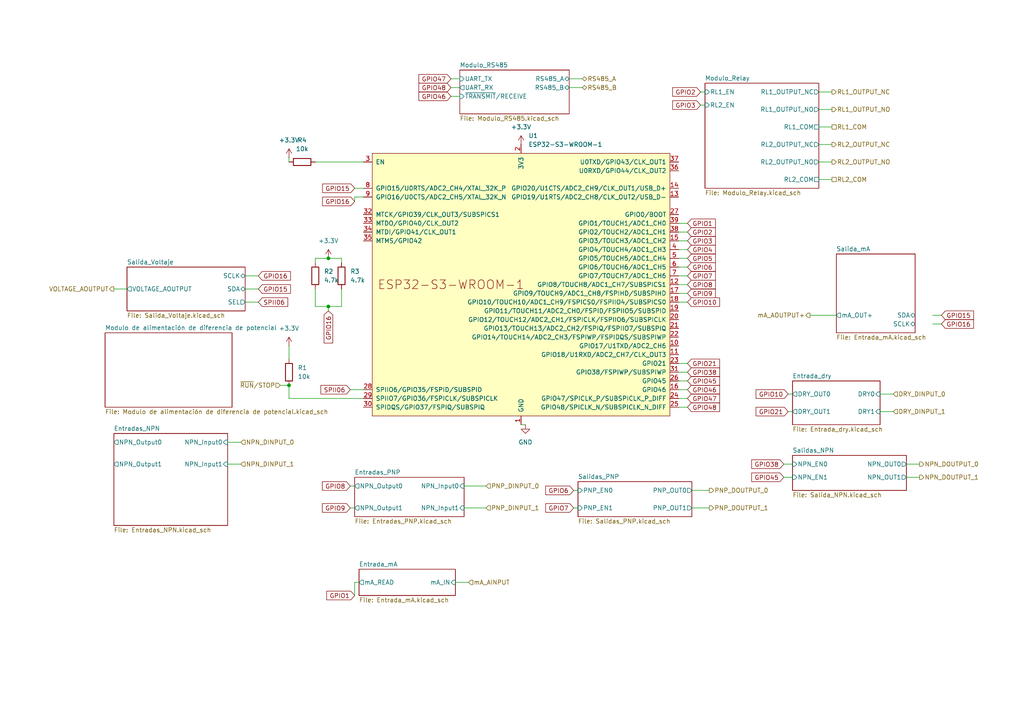
<source format=kicad_sch>
(kicad_sch
	(version 20250114)
	(generator "eeschema")
	(generator_version "9.0")
	(uuid "98dfef03-001c-4a23-8e3c-7038bec288b8")
	(paper "A4")
	(lib_symbols
		(symbol "Device:R"
			(pin_numbers
				(hide yes)
			)
			(pin_names
				(offset 0)
			)
			(exclude_from_sim no)
			(in_bom yes)
			(on_board yes)
			(property "Reference" "R"
				(at 2.032 0 90)
				(effects
					(font
						(size 1.27 1.27)
					)
				)
			)
			(property "Value" "R"
				(at 0 0 90)
				(effects
					(font
						(size 1.27 1.27)
					)
				)
			)
			(property "Footprint" ""
				(at -1.778 0 90)
				(effects
					(font
						(size 1.27 1.27)
					)
					(hide yes)
				)
			)
			(property "Datasheet" "~"
				(at 0 0 0)
				(effects
					(font
						(size 1.27 1.27)
					)
					(hide yes)
				)
			)
			(property "Description" "Resistor"
				(at 0 0 0)
				(effects
					(font
						(size 1.27 1.27)
					)
					(hide yes)
				)
			)
			(property "ki_keywords" "R res resistor"
				(at 0 0 0)
				(effects
					(font
						(size 1.27 1.27)
					)
					(hide yes)
				)
			)
			(property "ki_fp_filters" "R_*"
				(at 0 0 0)
				(effects
					(font
						(size 1.27 1.27)
					)
					(hide yes)
				)
			)
			(symbol "R_0_1"
				(rectangle
					(start -1.016 -2.54)
					(end 1.016 2.54)
					(stroke
						(width 0.254)
						(type default)
					)
					(fill
						(type none)
					)
				)
			)
			(symbol "R_1_1"
				(pin passive line
					(at 0 3.81 270)
					(length 1.27)
					(name "~"
						(effects
							(font
								(size 1.27 1.27)
							)
						)
					)
					(number "1"
						(effects
							(font
								(size 1.27 1.27)
							)
						)
					)
				)
				(pin passive line
					(at 0 -3.81 90)
					(length 1.27)
					(name "~"
						(effects
							(font
								(size 1.27 1.27)
							)
						)
					)
					(number "2"
						(effects
							(font
								(size 1.27 1.27)
							)
						)
					)
				)
			)
			(embedded_fonts no)
		)
		(symbol "PCM_Espressif:ESP32-S3-WROOM-1"
			(pin_names
				(offset 1.016)
			)
			(exclude_from_sim no)
			(in_bom yes)
			(on_board yes)
			(property "Reference" "U"
				(at -43.18 43.18 0)
				(effects
					(font
						(size 1.27 1.27)
					)
					(justify left)
				)
			)
			(property "Value" "ESP32-S3-WROOM-1"
				(at -43.18 40.64 0)
				(effects
					(font
						(size 1.27 1.27)
					)
					(justify left)
				)
			)
			(property "Footprint" "PCM_Espressif:ESP32-S3-WROOM-1"
				(at 2.54 -48.26 0)
				(effects
					(font
						(size 1.27 1.27)
					)
					(hide yes)
				)
			)
			(property "Datasheet" "https://www.espressif.com/sites/default/files/documentation/esp32-s3-wroom-1_wroom-1u_datasheet_en.pdf"
				(at 2.54 -50.8 0)
				(effects
					(font
						(size 1.27 1.27)
					)
					(hide yes)
				)
			)
			(property "Description" "2.4 GHz WiFi (802.11 b/g/n) and Bluetooth ® 5 (LE) module Built around ESP32S3 series of SoCs, Xtensa ® dualcore 32bit LX7 microprocessor Flash up to 16 MB, PSRAM up to 8 MB 36 GPIOs, rich set of peripherals Onboard PCB antenna"
				(at 0 0 0)
				(effects
					(font
						(size 1.27 1.27)
					)
					(hide yes)
				)
			)
			(symbol "ESP32-S3-WROOM-1_0_0"
				(text "ESP32-S3-WROOM-1"
					(at -20.32 0 0)
					(effects
						(font
							(size 2.54 2.54)
						)
					)
				)
				(pin input line
					(at -45.72 35.56 0)
					(length 2.54)
					(name "EN"
						(effects
							(font
								(size 1.27 1.27)
							)
						)
					)
					(number "3"
						(effects
							(font
								(size 1.27 1.27)
							)
						)
					)
				)
				(pin bidirectional line
					(at -45.72 27.94 0)
					(length 2.54)
					(name "GPIO15/U0RTS/ADC2_CH4/XTAL_32K_P"
						(effects
							(font
								(size 1.27 1.27)
							)
						)
					)
					(number "8"
						(effects
							(font
								(size 1.27 1.27)
							)
						)
					)
				)
				(pin bidirectional line
					(at -45.72 25.4 0)
					(length 2.54)
					(name "GPIO16/U0CTS/ADC2_CH5/XTAL_32K_N"
						(effects
							(font
								(size 1.27 1.27)
							)
						)
					)
					(number "9"
						(effects
							(font
								(size 1.27 1.27)
							)
						)
					)
				)
				(pin bidirectional line
					(at -45.72 20.32 0)
					(length 2.54)
					(name "MTCK/GPIO39/CLK_OUT3/SUBSPICS1"
						(effects
							(font
								(size 1.27 1.27)
							)
						)
					)
					(number "32"
						(effects
							(font
								(size 1.27 1.27)
							)
						)
					)
				)
				(pin bidirectional line
					(at -45.72 17.78 0)
					(length 2.54)
					(name "MTDO/GPIO40/CLK_OUT2"
						(effects
							(font
								(size 1.27 1.27)
							)
						)
					)
					(number "33"
						(effects
							(font
								(size 1.27 1.27)
							)
						)
					)
				)
				(pin bidirectional line
					(at -45.72 15.24 0)
					(length 2.54)
					(name "MTDI/GPIO41/CLK_OUT1"
						(effects
							(font
								(size 1.27 1.27)
							)
						)
					)
					(number "34"
						(effects
							(font
								(size 1.27 1.27)
							)
						)
					)
				)
				(pin bidirectional line
					(at -45.72 12.7 0)
					(length 2.54)
					(name "MTMS/GPIO42"
						(effects
							(font
								(size 1.27 1.27)
							)
						)
					)
					(number "35"
						(effects
							(font
								(size 1.27 1.27)
							)
						)
					)
				)
				(pin bidirectional line
					(at -45.72 -30.48 0)
					(length 2.54)
					(name "SPIIO6/GPIO35/FSPID/SUBSPID"
						(effects
							(font
								(size 1.27 1.27)
							)
						)
					)
					(number "28"
						(effects
							(font
								(size 1.27 1.27)
							)
						)
					)
				)
				(pin bidirectional line
					(at -45.72 -33.02 0)
					(length 2.54)
					(name "SPIIO7/GPIO36/FSPICLK/SUBSPICLK"
						(effects
							(font
								(size 1.27 1.27)
							)
						)
					)
					(number "29"
						(effects
							(font
								(size 1.27 1.27)
							)
						)
					)
				)
				(pin bidirectional line
					(at -45.72 -35.56 0)
					(length 2.54)
					(name "SPIDQS/GPIO37/FSPIQ/SUBSPIQ"
						(effects
							(font
								(size 1.27 1.27)
							)
						)
					)
					(number "30"
						(effects
							(font
								(size 1.27 1.27)
							)
						)
					)
				)
				(pin power_in line
					(at 0 40.64 270)
					(length 2.54)
					(name "3V3"
						(effects
							(font
								(size 1.27 1.27)
							)
						)
					)
					(number "2"
						(effects
							(font
								(size 1.27 1.27)
							)
						)
					)
				)
				(pin power_in line
					(at 0 -40.64 90)
					(length 2.54)
					(name "GND"
						(effects
							(font
								(size 1.27 1.27)
							)
						)
					)
					(number "1"
						(effects
							(font
								(size 1.27 1.27)
							)
						)
					)
				)
				(pin passive line
					(at 0 -40.64 90)
					(length 2.54)
					(hide yes)
					(name "GND"
						(effects
							(font
								(size 1.27 1.27)
							)
						)
					)
					(number "40"
						(effects
							(font
								(size 1.27 1.27)
							)
						)
					)
				)
				(pin passive line
					(at 0 -40.64 90)
					(length 2.54)
					(hide yes)
					(name "GND"
						(effects
							(font
								(size 1.27 1.27)
							)
						)
					)
					(number "41"
						(effects
							(font
								(size 1.27 1.27)
							)
						)
					)
				)
				(pin bidirectional line
					(at 45.72 35.56 180)
					(length 2.54)
					(name "U0TXD/GPIO43/CLK_OUT1"
						(effects
							(font
								(size 1.27 1.27)
							)
						)
					)
					(number "37"
						(effects
							(font
								(size 1.27 1.27)
							)
						)
					)
				)
				(pin bidirectional line
					(at 45.72 33.02 180)
					(length 2.54)
					(name "U0RXD/GPIO44/CLK_OUT2"
						(effects
							(font
								(size 1.27 1.27)
							)
						)
					)
					(number "36"
						(effects
							(font
								(size 1.27 1.27)
							)
						)
					)
				)
				(pin bidirectional line
					(at 45.72 27.94 180)
					(length 2.54)
					(name "GPIO20/U1CTS/ADC2_CH9/CLK_OUT1/USB_D+"
						(effects
							(font
								(size 1.27 1.27)
							)
						)
					)
					(number "14"
						(effects
							(font
								(size 1.27 1.27)
							)
						)
					)
				)
				(pin bidirectional line
					(at 45.72 25.4 180)
					(length 2.54)
					(name "GPIO19/U1RTS/ADC2_CH8/CLK_OUT2/USB_D-"
						(effects
							(font
								(size 1.27 1.27)
							)
						)
					)
					(number "13"
						(effects
							(font
								(size 1.27 1.27)
							)
						)
					)
				)
				(pin bidirectional line
					(at 45.72 20.32 180)
					(length 2.54)
					(name "GPIO0/BOOT"
						(effects
							(font
								(size 1.27 1.27)
							)
						)
					)
					(number "27"
						(effects
							(font
								(size 1.27 1.27)
							)
						)
					)
				)
				(pin bidirectional line
					(at 45.72 17.78 180)
					(length 2.54)
					(name "GPIO1/TOUCH1/ADC1_CH0"
						(effects
							(font
								(size 1.27 1.27)
							)
						)
					)
					(number "39"
						(effects
							(font
								(size 1.27 1.27)
							)
						)
					)
				)
				(pin bidirectional line
					(at 45.72 15.24 180)
					(length 2.54)
					(name "GPIO2/TOUCH2/ADC1_CH1"
						(effects
							(font
								(size 1.27 1.27)
							)
						)
					)
					(number "38"
						(effects
							(font
								(size 1.27 1.27)
							)
						)
					)
				)
				(pin bidirectional line
					(at 45.72 12.7 180)
					(length 2.54)
					(name "GPIO3/TOUCH3/ADC1_CH2"
						(effects
							(font
								(size 1.27 1.27)
							)
						)
					)
					(number "15"
						(effects
							(font
								(size 1.27 1.27)
							)
						)
					)
				)
				(pin bidirectional line
					(at 45.72 10.16 180)
					(length 2.54)
					(name "GPIO4/TOUCH4/ADC1_CH3"
						(effects
							(font
								(size 1.27 1.27)
							)
						)
					)
					(number "4"
						(effects
							(font
								(size 1.27 1.27)
							)
						)
					)
				)
				(pin bidirectional line
					(at 45.72 7.62 180)
					(length 2.54)
					(name "GPIO5/TOUCH5/ADC1_CH4"
						(effects
							(font
								(size 1.27 1.27)
							)
						)
					)
					(number "5"
						(effects
							(font
								(size 1.27 1.27)
							)
						)
					)
				)
				(pin bidirectional line
					(at 45.72 5.08 180)
					(length 2.54)
					(name "GPIO6/TOUCH6/ADC1_CH5"
						(effects
							(font
								(size 1.27 1.27)
							)
						)
					)
					(number "6"
						(effects
							(font
								(size 1.27 1.27)
							)
						)
					)
				)
				(pin bidirectional line
					(at 45.72 2.54 180)
					(length 2.54)
					(name "GPIO7/TOUCH7/ADC1_CH6"
						(effects
							(font
								(size 1.27 1.27)
							)
						)
					)
					(number "7"
						(effects
							(font
								(size 1.27 1.27)
							)
						)
					)
				)
				(pin bidirectional line
					(at 45.72 0 180)
					(length 2.54)
					(name "GPIO8/TOUCH8/ADC1_CH7/SUBSPICS1"
						(effects
							(font
								(size 1.27 1.27)
							)
						)
					)
					(number "12"
						(effects
							(font
								(size 1.27 1.27)
							)
						)
					)
				)
				(pin bidirectional line
					(at 45.72 -2.54 180)
					(length 2.54)
					(name "GPIO9/TOUCH9/ADC1_CH8/FSPIHD/SUBSPIHD"
						(effects
							(font
								(size 1.27 1.27)
							)
						)
					)
					(number "17"
						(effects
							(font
								(size 1.27 1.27)
							)
						)
					)
				)
				(pin bidirectional line
					(at 45.72 -5.08 180)
					(length 2.54)
					(name "GPIO10/TOUCH10/ADC1_CH9/FSPICS0/FSPIIO4/SUBSPICS0"
						(effects
							(font
								(size 1.27 1.27)
							)
						)
					)
					(number "18"
						(effects
							(font
								(size 1.27 1.27)
							)
						)
					)
				)
				(pin bidirectional line
					(at 45.72 -7.62 180)
					(length 2.54)
					(name "GPIO11/TOUCH11/ADC2_CH0/FSPID/FSPIIO5/SUBSPID"
						(effects
							(font
								(size 1.27 1.27)
							)
						)
					)
					(number "19"
						(effects
							(font
								(size 1.27 1.27)
							)
						)
					)
				)
				(pin bidirectional line
					(at 45.72 -10.16 180)
					(length 2.54)
					(name "GPIO12/TOUCH12/ADC2_CH1/FSPICLK/FSPIIO6/SUBSPICLK"
						(effects
							(font
								(size 1.27 1.27)
							)
						)
					)
					(number "20"
						(effects
							(font
								(size 1.27 1.27)
							)
						)
					)
				)
				(pin bidirectional line
					(at 45.72 -12.7 180)
					(length 2.54)
					(name "GPIO13/TOUCH13/ADC2_CH2/FSPIQ/FSPIIO7/SUBSPIQ"
						(effects
							(font
								(size 1.27 1.27)
							)
						)
					)
					(number "21"
						(effects
							(font
								(size 1.27 1.27)
							)
						)
					)
				)
				(pin bidirectional line
					(at 45.72 -15.24 180)
					(length 2.54)
					(name "GPIO14/TOUCH14/ADC2_CH3/FSPIWP/FSPIDQS/SUBSPIWP"
						(effects
							(font
								(size 1.27 1.27)
							)
						)
					)
					(number "22"
						(effects
							(font
								(size 1.27 1.27)
							)
						)
					)
				)
				(pin bidirectional line
					(at 45.72 -17.78 180)
					(length 2.54)
					(name "GPIO17/U1TXD/ADC2_CH6"
						(effects
							(font
								(size 1.27 1.27)
							)
						)
					)
					(number "10"
						(effects
							(font
								(size 1.27 1.27)
							)
						)
					)
				)
				(pin bidirectional line
					(at 45.72 -20.32 180)
					(length 2.54)
					(name "GPIO18/U1RXD/ADC2_CH7/CLK_OUT3"
						(effects
							(font
								(size 1.27 1.27)
							)
						)
					)
					(number "11"
						(effects
							(font
								(size 1.27 1.27)
							)
						)
					)
				)
				(pin bidirectional line
					(at 45.72 -22.86 180)
					(length 2.54)
					(name "GPIO21"
						(effects
							(font
								(size 1.27 1.27)
							)
						)
					)
					(number "23"
						(effects
							(font
								(size 1.27 1.27)
							)
						)
					)
				)
				(pin bidirectional line
					(at 45.72 -25.4 180)
					(length 2.54)
					(name "GPIO38/FSPIWP/SUBSPIWP"
						(effects
							(font
								(size 1.27 1.27)
							)
						)
					)
					(number "31"
						(effects
							(font
								(size 1.27 1.27)
							)
						)
					)
				)
				(pin bidirectional line
					(at 45.72 -27.94 180)
					(length 2.54)
					(name "GPIO45"
						(effects
							(font
								(size 1.27 1.27)
							)
						)
					)
					(number "26"
						(effects
							(font
								(size 1.27 1.27)
							)
						)
					)
				)
				(pin bidirectional line
					(at 45.72 -30.48 180)
					(length 2.54)
					(name "GPIO46"
						(effects
							(font
								(size 1.27 1.27)
							)
						)
					)
					(number "16"
						(effects
							(font
								(size 1.27 1.27)
							)
						)
					)
				)
				(pin bidirectional line
					(at 45.72 -33.02 180)
					(length 2.54)
					(name "GPIO47/SPICLK_P/SUBSPICLK_P_DIFF"
						(effects
							(font
								(size 1.27 1.27)
							)
						)
					)
					(number "24"
						(effects
							(font
								(size 1.27 1.27)
							)
						)
					)
				)
				(pin bidirectional line
					(at 45.72 -35.56 180)
					(length 2.54)
					(name "GPIO48/SPICLK_N/SUBSPICLK_N_DIFF"
						(effects
							(font
								(size 1.27 1.27)
							)
						)
					)
					(number "25"
						(effects
							(font
								(size 1.27 1.27)
							)
						)
					)
				)
			)
			(symbol "ESP32-S3-WROOM-1_0_1"
				(rectangle
					(start -43.18 38.1)
					(end 43.18 -38.1)
					(stroke
						(width 0)
						(type default)
					)
					(fill
						(type background)
					)
				)
			)
			(embedded_fonts no)
		)
		(symbol "power:+3.3V"
			(power)
			(pin_numbers
				(hide yes)
			)
			(pin_names
				(offset 0)
				(hide yes)
			)
			(exclude_from_sim no)
			(in_bom yes)
			(on_board yes)
			(property "Reference" "#PWR"
				(at 0 -3.81 0)
				(effects
					(font
						(size 1.27 1.27)
					)
					(hide yes)
				)
			)
			(property "Value" "+3.3V"
				(at 0 3.556 0)
				(effects
					(font
						(size 1.27 1.27)
					)
				)
			)
			(property "Footprint" ""
				(at 0 0 0)
				(effects
					(font
						(size 1.27 1.27)
					)
					(hide yes)
				)
			)
			(property "Datasheet" ""
				(at 0 0 0)
				(effects
					(font
						(size 1.27 1.27)
					)
					(hide yes)
				)
			)
			(property "Description" "Power symbol creates a global label with name \"+3.3V\""
				(at 0 0 0)
				(effects
					(font
						(size 1.27 1.27)
					)
					(hide yes)
				)
			)
			(property "ki_keywords" "global power"
				(at 0 0 0)
				(effects
					(font
						(size 1.27 1.27)
					)
					(hide yes)
				)
			)
			(symbol "+3.3V_0_1"
				(polyline
					(pts
						(xy -0.762 1.27) (xy 0 2.54)
					)
					(stroke
						(width 0)
						(type default)
					)
					(fill
						(type none)
					)
				)
				(polyline
					(pts
						(xy 0 2.54) (xy 0.762 1.27)
					)
					(stroke
						(width 0)
						(type default)
					)
					(fill
						(type none)
					)
				)
				(polyline
					(pts
						(xy 0 0) (xy 0 2.54)
					)
					(stroke
						(width 0)
						(type default)
					)
					(fill
						(type none)
					)
				)
			)
			(symbol "+3.3V_1_1"
				(pin power_in line
					(at 0 0 90)
					(length 0)
					(name "~"
						(effects
							(font
								(size 1.27 1.27)
							)
						)
					)
					(number "1"
						(effects
							(font
								(size 1.27 1.27)
							)
						)
					)
				)
			)
			(embedded_fonts no)
		)
		(symbol "power:GND"
			(power)
			(pin_numbers
				(hide yes)
			)
			(pin_names
				(offset 0)
				(hide yes)
			)
			(exclude_from_sim no)
			(in_bom yes)
			(on_board yes)
			(property "Reference" "#PWR"
				(at 0 -6.35 0)
				(effects
					(font
						(size 1.27 1.27)
					)
					(hide yes)
				)
			)
			(property "Value" "GND"
				(at 0 -3.81 0)
				(effects
					(font
						(size 1.27 1.27)
					)
				)
			)
			(property "Footprint" ""
				(at 0 0 0)
				(effects
					(font
						(size 1.27 1.27)
					)
					(hide yes)
				)
			)
			(property "Datasheet" ""
				(at 0 0 0)
				(effects
					(font
						(size 1.27 1.27)
					)
					(hide yes)
				)
			)
			(property "Description" "Power symbol creates a global label with name \"GND\" , ground"
				(at 0 0 0)
				(effects
					(font
						(size 1.27 1.27)
					)
					(hide yes)
				)
			)
			(property "ki_keywords" "global power"
				(at 0 0 0)
				(effects
					(font
						(size 1.27 1.27)
					)
					(hide yes)
				)
			)
			(symbol "GND_0_1"
				(polyline
					(pts
						(xy 0 0) (xy 0 -1.27) (xy 1.27 -1.27) (xy 0 -2.54) (xy -1.27 -1.27) (xy 0 -1.27)
					)
					(stroke
						(width 0)
						(type default)
					)
					(fill
						(type none)
					)
				)
			)
			(symbol "GND_1_1"
				(pin power_in line
					(at 0 0 270)
					(length 0)
					(name "~"
						(effects
							(font
								(size 1.27 1.27)
							)
						)
					)
					(number "1"
						(effects
							(font
								(size 1.27 1.27)
							)
						)
					)
				)
			)
			(embedded_fonts no)
		)
	)
	(junction
		(at 95.25 74.93)
		(diameter 0)
		(color 0 0 0 0)
		(uuid "4426013d-71c4-49af-8e29-5ed2bbb2d89c")
	)
	(junction
		(at 83.82 111.76)
		(diameter 0)
		(color 0 0 0 0)
		(uuid "c18ba6a3-87f6-4ca4-b401-525c0d51187f")
	)
	(junction
		(at 95.25 88.9)
		(diameter 0)
		(color 0 0 0 0)
		(uuid "f8042243-319c-4dc1-9f34-16d5d82e6cce")
	)
	(wire
		(pts
			(xy 200.66 147.32) (xy 205.74 147.32)
		)
		(stroke
			(width 0)
			(type default)
		)
		(uuid "06c7d62d-252e-48ac-9d22-cca99e8960df")
	)
	(wire
		(pts
			(xy 196.85 110.49) (xy 199.39 110.49)
		)
		(stroke
			(width 0)
			(type default)
		)
		(uuid "06f53ce6-9ad5-4026-b0c4-534688ec4f89")
	)
	(wire
		(pts
			(xy 91.44 46.99) (xy 105.41 46.99)
		)
		(stroke
			(width 0)
			(type default)
		)
		(uuid "0a9ada67-56d3-4cd0-b2ea-fdf1be1f0af2")
	)
	(wire
		(pts
			(xy 196.85 74.93) (xy 199.39 74.93)
		)
		(stroke
			(width 0)
			(type default)
		)
		(uuid "0ac280a6-6388-4471-9adb-5753d31e813a")
	)
	(wire
		(pts
			(xy 196.85 113.03) (xy 199.39 113.03)
		)
		(stroke
			(width 0)
			(type default)
		)
		(uuid "0ec9effe-9017-44be-bc5b-78f9bac36490")
	)
	(wire
		(pts
			(xy 102.87 168.91) (xy 104.14 168.91)
		)
		(stroke
			(width 0)
			(type default)
		)
		(uuid "1004f21b-8d9f-4831-aa0b-d9fda857eb32")
	)
	(wire
		(pts
			(xy 270.51 93.98) (xy 273.05 93.98)
		)
		(stroke
			(width 0)
			(type default)
		)
		(uuid "194416f2-b233-4f66-a59f-5b7aac5a9992")
	)
	(wire
		(pts
			(xy 196.85 72.39) (xy 199.39 72.39)
		)
		(stroke
			(width 0)
			(type default)
		)
		(uuid "1c62fedd-69f0-4b79-8ec2-00d7e8cce36f")
	)
	(wire
		(pts
			(xy 69.85 128.27) (xy 66.04 128.27)
		)
		(stroke
			(width 0)
			(type default)
		)
		(uuid "23ca4f43-aebd-4782-b85e-70938c27e1ef")
	)
	(wire
		(pts
			(xy 71.12 83.82) (xy 74.93 83.82)
		)
		(stroke
			(width 0)
			(type default)
		)
		(uuid "2613b469-5090-4913-b0f6-46826a3ab7a8")
	)
	(wire
		(pts
			(xy 102.87 57.15) (xy 102.87 58.42)
		)
		(stroke
			(width 0)
			(type default)
		)
		(uuid "2aee4d27-1bd6-410f-b778-9d7447b9d1e7")
	)
	(wire
		(pts
			(xy 196.85 80.01) (xy 199.39 80.01)
		)
		(stroke
			(width 0)
			(type default)
		)
		(uuid "2c85833e-b24d-4a57-94d8-5b37b5ecc207")
	)
	(wire
		(pts
			(xy 105.41 115.57) (xy 83.82 115.57)
		)
		(stroke
			(width 0)
			(type default)
		)
		(uuid "2e77f26f-b256-4fe3-930f-8b60f45faad7")
	)
	(wire
		(pts
			(xy 196.85 82.55) (xy 199.39 82.55)
		)
		(stroke
			(width 0)
			(type default)
		)
		(uuid "2eb827b8-7389-4e4b-b379-0bf27ab851e5")
	)
	(wire
		(pts
			(xy 166.37 142.24) (xy 167.64 142.24)
		)
		(stroke
			(width 0)
			(type default)
		)
		(uuid "3799b414-98c1-4fcf-9216-10f43cb9ce80")
	)
	(wire
		(pts
			(xy 196.85 67.31) (xy 199.39 67.31)
		)
		(stroke
			(width 0)
			(type default)
		)
		(uuid "37bc4ad1-21f3-4f93-8534-02284da35dad")
	)
	(wire
		(pts
			(xy 83.82 100.33) (xy 83.82 104.14)
		)
		(stroke
			(width 0)
			(type default)
		)
		(uuid "38eef0e7-60d0-4916-932a-36d86bd77529")
	)
	(wire
		(pts
			(xy 130.81 25.4) (xy 133.35 25.4)
		)
		(stroke
			(width 0)
			(type default)
		)
		(uuid "3e4763c1-5dd4-4035-94b7-84358819f9c9")
	)
	(wire
		(pts
			(xy 99.06 83.82) (xy 99.06 88.9)
		)
		(stroke
			(width 0)
			(type default)
		)
		(uuid "41d57394-5e0e-4f37-ad6e-35fa89b9d44b")
	)
	(wire
		(pts
			(xy 262.89 138.43) (xy 266.7 138.43)
		)
		(stroke
			(width 0)
			(type default)
		)
		(uuid "4a187da7-bd5f-45e7-a021-ec9867f17abf")
	)
	(wire
		(pts
			(xy 101.6 147.32) (xy 102.87 147.32)
		)
		(stroke
			(width 0)
			(type default)
		)
		(uuid "4aed5776-4000-47df-bfb4-50ddc6f2d39c")
	)
	(wire
		(pts
			(xy 196.85 105.41) (xy 199.39 105.41)
		)
		(stroke
			(width 0)
			(type default)
		)
		(uuid "4e4166d9-cb9b-4bf4-8e24-d3a15677daee")
	)
	(wire
		(pts
			(xy 237.49 46.99) (xy 241.3 46.99)
		)
		(stroke
			(width 0)
			(type default)
		)
		(uuid "578b79e6-3dc6-4d6d-9ea9-a2eb4e514fc7")
	)
	(wire
		(pts
			(xy 83.82 45.72) (xy 83.82 46.99)
		)
		(stroke
			(width 0)
			(type default)
		)
		(uuid "5931c44d-5058-4b82-8940-f1128fc1fbad")
	)
	(wire
		(pts
			(xy 102.87 168.91) (xy 102.87 172.72)
		)
		(stroke
			(width 0)
			(type default)
		)
		(uuid "598d0e41-5a19-4084-8c48-f7eb08aa121a")
	)
	(wire
		(pts
			(xy 105.41 57.15) (xy 102.87 57.15)
		)
		(stroke
			(width 0)
			(type default)
		)
		(uuid "62e1e4b5-0aa0-44f7-aa2d-7d248b57d2ac")
	)
	(wire
		(pts
			(xy 166.37 147.32) (xy 167.64 147.32)
		)
		(stroke
			(width 0)
			(type default)
		)
		(uuid "66d7bf92-323e-4ef8-ac89-901167599ae6")
	)
	(wire
		(pts
			(xy 165.1 22.86) (xy 168.91 22.86)
		)
		(stroke
			(width 0)
			(type default)
		)
		(uuid "6e25e2a5-ce92-42f8-ad6d-92c8ba0cd350")
	)
	(wire
		(pts
			(xy 71.12 80.01) (xy 74.93 80.01)
		)
		(stroke
			(width 0)
			(type default)
		)
		(uuid "6e52b6d2-ba28-453a-9739-54ec2af3778c")
	)
	(wire
		(pts
			(xy 237.49 36.83) (xy 241.3 36.83)
		)
		(stroke
			(width 0)
			(type default)
		)
		(uuid "70c31691-79b9-4990-a047-0c2914747263")
	)
	(wire
		(pts
			(xy 140.97 140.97) (xy 134.62 140.97)
		)
		(stroke
			(width 0)
			(type default)
		)
		(uuid "71547863-af6e-4727-88ff-37c3f7bcfe6a")
	)
	(wire
		(pts
			(xy 101.6 113.03) (xy 105.41 113.03)
		)
		(stroke
			(width 0)
			(type default)
		)
		(uuid "742f8b90-4caa-4417-a626-f425ad92650b")
	)
	(wire
		(pts
			(xy 200.66 142.24) (xy 205.74 142.24)
		)
		(stroke
			(width 0)
			(type default)
		)
		(uuid "771f68c2-fc3d-4d1d-9f1d-2c09317985ae")
	)
	(wire
		(pts
			(xy 203.2 26.67) (xy 204.47 26.67)
		)
		(stroke
			(width 0)
			(type default)
		)
		(uuid "7ac9750c-ee97-498e-9ce3-ff0a9c55e448")
	)
	(wire
		(pts
			(xy 196.85 118.11) (xy 199.39 118.11)
		)
		(stroke
			(width 0)
			(type default)
		)
		(uuid "88c39a52-82f0-4de5-bcfd-7b10fa96f600")
	)
	(wire
		(pts
			(xy 196.85 69.85) (xy 199.39 69.85)
		)
		(stroke
			(width 0)
			(type default)
		)
		(uuid "8d17ad34-1329-42b2-a586-5e182e0ec7cb")
	)
	(wire
		(pts
			(xy 36.83 83.82) (xy 33.02 83.82)
		)
		(stroke
			(width 0)
			(type default)
		)
		(uuid "8e6ec22a-fbd3-4497-a0d8-72cee98b201b")
	)
	(wire
		(pts
			(xy 196.85 87.63) (xy 199.39 87.63)
		)
		(stroke
			(width 0)
			(type default)
		)
		(uuid "9130982d-da1f-4fca-8002-c4fca63f6adf")
	)
	(wire
		(pts
			(xy 91.44 74.93) (xy 95.25 74.93)
		)
		(stroke
			(width 0)
			(type default)
		)
		(uuid "9d3eac78-229f-49ca-a7b8-ab1b94cf54aa")
	)
	(wire
		(pts
			(xy 227.33 134.62) (xy 229.87 134.62)
		)
		(stroke
			(width 0)
			(type default)
		)
		(uuid "9e9898fe-b393-44b6-80c1-001bc06423d3")
	)
	(wire
		(pts
			(xy 69.85 134.62) (xy 66.04 134.62)
		)
		(stroke
			(width 0)
			(type default)
		)
		(uuid "9f2eb540-64f8-443f-aafd-b3961bff588e")
	)
	(wire
		(pts
			(xy 259.08 119.38) (xy 255.27 119.38)
		)
		(stroke
			(width 0)
			(type default)
		)
		(uuid "a035a692-f26f-46ce-b379-ae866d4627b2")
	)
	(wire
		(pts
			(xy 99.06 76.2) (xy 99.06 74.93)
		)
		(stroke
			(width 0)
			(type default)
		)
		(uuid "a04c7c27-d3fd-4fa1-a23e-25124affe494")
	)
	(wire
		(pts
			(xy 242.57 91.44) (xy 234.95 91.44)
		)
		(stroke
			(width 0)
			(type default)
		)
		(uuid "a0b0dafc-7d77-4983-9504-ac349e825bc7")
	)
	(wire
		(pts
			(xy 237.49 26.67) (xy 241.3 26.67)
		)
		(stroke
			(width 0)
			(type default)
		)
		(uuid "abbedefc-820b-4dae-a998-a37f294182d5")
	)
	(wire
		(pts
			(xy 101.6 140.97) (xy 102.87 140.97)
		)
		(stroke
			(width 0)
			(type default)
		)
		(uuid "aedd0ddd-9120-4a90-93bd-8cf55313b13d")
	)
	(wire
		(pts
			(xy 227.33 138.43) (xy 229.87 138.43)
		)
		(stroke
			(width 0)
			(type default)
		)
		(uuid "aeed6516-511c-4f5c-8be5-e07b5951f782")
	)
	(wire
		(pts
			(xy 102.87 54.61) (xy 105.41 54.61)
		)
		(stroke
			(width 0)
			(type default)
		)
		(uuid "b1667991-8a45-4499-bbb9-d2a2cd05d520")
	)
	(wire
		(pts
			(xy 196.85 77.47) (xy 199.39 77.47)
		)
		(stroke
			(width 0)
			(type default)
		)
		(uuid "b17c3f9a-0262-47a1-9066-4deb754c9835")
	)
	(wire
		(pts
			(xy 81.28 111.76) (xy 83.82 111.76)
		)
		(stroke
			(width 0)
			(type default)
		)
		(uuid "b550e99a-4c71-4eac-83d5-9ac916a8a5e3")
	)
	(wire
		(pts
			(xy 165.1 25.4) (xy 168.91 25.4)
		)
		(stroke
			(width 0)
			(type default)
		)
		(uuid "b683b7ca-83ea-4ce4-8ef3-a416b04adba4")
	)
	(wire
		(pts
			(xy 83.82 115.57) (xy 83.82 111.76)
		)
		(stroke
			(width 0)
			(type default)
		)
		(uuid "bc0aceb1-5600-4d1f-a7ed-ec971b7fab83")
	)
	(wire
		(pts
			(xy 228.6 114.3) (xy 229.87 114.3)
		)
		(stroke
			(width 0)
			(type default)
		)
		(uuid "bcf3d424-d291-40c4-aae8-e5c69ee82eb0")
	)
	(wire
		(pts
			(xy 91.44 88.9) (xy 95.25 88.9)
		)
		(stroke
			(width 0)
			(type default)
		)
		(uuid "bdc90d3f-01d9-4523-ba31-628f8a40e417")
	)
	(wire
		(pts
			(xy 140.97 147.32) (xy 134.62 147.32)
		)
		(stroke
			(width 0)
			(type default)
		)
		(uuid "c0fd4a0b-d133-4c2c-a572-8c22657578c7")
	)
	(wire
		(pts
			(xy 196.85 115.57) (xy 199.39 115.57)
		)
		(stroke
			(width 0)
			(type default)
		)
		(uuid "c5ee88bb-12d2-40a0-a545-beaf7e8486c2")
	)
	(wire
		(pts
			(xy 95.25 88.9) (xy 99.06 88.9)
		)
		(stroke
			(width 0)
			(type default)
		)
		(uuid "c74cd98c-64a3-45f4-be3f-8264d9cbe83e")
	)
	(wire
		(pts
			(xy 270.51 91.44) (xy 273.05 91.44)
		)
		(stroke
			(width 0)
			(type default)
		)
		(uuid "c7c969fa-294d-4083-8a44-1f340cc7e856")
	)
	(wire
		(pts
			(xy 71.12 87.63) (xy 74.93 87.63)
		)
		(stroke
			(width 0)
			(type default)
		)
		(uuid "c885ea5c-58af-4277-88a3-50c053d56f77")
	)
	(wire
		(pts
			(xy 130.81 22.86) (xy 133.35 22.86)
		)
		(stroke
			(width 0)
			(type default)
		)
		(uuid "cc860968-865a-4296-b629-1873bb2ce939")
	)
	(wire
		(pts
			(xy 196.85 107.95) (xy 199.39 107.95)
		)
		(stroke
			(width 0)
			(type default)
		)
		(uuid "cdb5509d-5a2d-4794-ab57-e4a7fb81eb89")
	)
	(wire
		(pts
			(xy 95.25 90.17) (xy 95.25 88.9)
		)
		(stroke
			(width 0)
			(type default)
		)
		(uuid "cf809c2c-d989-40fd-83d9-5d547b62a477")
	)
	(wire
		(pts
			(xy 237.49 31.75) (xy 241.3 31.75)
		)
		(stroke
			(width 0)
			(type default)
		)
		(uuid "d0d60113-31f5-44ce-a072-a9e6ebf641ae")
	)
	(wire
		(pts
			(xy 228.6 119.38) (xy 229.87 119.38)
		)
		(stroke
			(width 0)
			(type default)
		)
		(uuid "d1c5e927-a7c3-4a18-982f-ad73c2b8916f")
	)
	(wire
		(pts
			(xy 259.08 114.3) (xy 255.27 114.3)
		)
		(stroke
			(width 0)
			(type default)
		)
		(uuid "dcbea709-6389-46dc-9777-f38cd5d94e8d")
	)
	(wire
		(pts
			(xy 152.4 123.19) (xy 151.13 123.19)
		)
		(stroke
			(width 0)
			(type default)
		)
		(uuid "df6d6343-0e3f-4ca6-a01e-864f5da8f198")
	)
	(wire
		(pts
			(xy 262.89 134.62) (xy 266.7 134.62)
		)
		(stroke
			(width 0)
			(type default)
		)
		(uuid "e000a26c-7bc3-446c-a8b4-f3a9863cf1f3")
	)
	(wire
		(pts
			(xy 95.25 74.93) (xy 99.06 74.93)
		)
		(stroke
			(width 0)
			(type default)
		)
		(uuid "e0c8c504-74a1-4e5c-9ccc-3793aa773424")
	)
	(wire
		(pts
			(xy 196.85 64.77) (xy 199.39 64.77)
		)
		(stroke
			(width 0)
			(type default)
		)
		(uuid "e1072e05-31cd-4a5f-95b5-3ae45e3fe820")
	)
	(wire
		(pts
			(xy 91.44 83.82) (xy 91.44 88.9)
		)
		(stroke
			(width 0)
			(type default)
		)
		(uuid "e8a78b5f-b3dd-4c5f-b5aa-809582cd32b9")
	)
	(wire
		(pts
			(xy 237.49 52.07) (xy 241.3 52.07)
		)
		(stroke
			(width 0)
			(type default)
		)
		(uuid "e9290084-76fe-4f5a-8046-1a1da3aee71d")
	)
	(wire
		(pts
			(xy 203.2 30.48) (xy 204.47 30.48)
		)
		(stroke
			(width 0)
			(type default)
		)
		(uuid "eb36e39d-cf1f-4196-90f0-a62dba0b496b")
	)
	(wire
		(pts
			(xy 91.44 76.2) (xy 91.44 74.93)
		)
		(stroke
			(width 0)
			(type default)
		)
		(uuid "ebcfaa27-b204-4936-9b08-102c6c2c04c1")
	)
	(wire
		(pts
			(xy 196.85 85.09) (xy 199.39 85.09)
		)
		(stroke
			(width 0)
			(type default)
		)
		(uuid "ec1f896a-f90c-444f-a034-47061ca25e7b")
	)
	(wire
		(pts
			(xy 132.08 168.91) (xy 135.89 168.91)
		)
		(stroke
			(width 0)
			(type default)
		)
		(uuid "f458d669-fe0f-49ae-98bd-b867b57adaee")
	)
	(wire
		(pts
			(xy 130.81 27.94) (xy 133.35 27.94)
		)
		(stroke
			(width 0)
			(type default)
		)
		(uuid "fb69c4c5-7d40-4cc1-9ce9-3b7404dc7f07")
	)
	(wire
		(pts
			(xy 237.49 41.91) (xy 241.3 41.91)
		)
		(stroke
			(width 0)
			(type default)
		)
		(uuid "fece8424-e2c5-49ef-b2d7-6284746289fc")
	)
	(global_label "GPIO8"
		(shape input)
		(at 199.39 82.55 0)
		(fields_autoplaced yes)
		(effects
			(font
				(size 1.27 1.27)
			)
			(justify left)
		)
		(uuid "021f69e9-075d-49be-88ff-d1dae1377ee8")
		(property "Intersheetrefs" "${INTERSHEET_REFS}"
			(at 208.06 82.55 0)
			(effects
				(font
					(size 1.27 1.27)
				)
				(justify left)
				(hide yes)
			)
		)
	)
	(global_label "GPIO3"
		(shape input)
		(at 199.39 69.85 0)
		(fields_autoplaced yes)
		(effects
			(font
				(size 1.27 1.27)
			)
			(justify left)
		)
		(uuid "05597b8e-e2c7-4a64-b57e-f576ac203a6c")
		(property "Intersheetrefs" "${INTERSHEET_REFS}"
			(at 208.06 69.85 0)
			(effects
				(font
					(size 1.27 1.27)
				)
				(justify left)
				(hide yes)
			)
		)
	)
	(global_label "GPIO21"
		(shape input)
		(at 228.6 119.38 180)
		(fields_autoplaced yes)
		(effects
			(font
				(size 1.27 1.27)
			)
			(justify right)
		)
		(uuid "07f89250-7c74-45df-8565-1d3bf9694648")
		(property "Intersheetrefs" "${INTERSHEET_REFS}"
			(at 218.7205 119.38 0)
			(effects
				(font
					(size 1.27 1.27)
				)
				(justify right)
				(hide yes)
			)
		)
	)
	(global_label "GPIO15"
		(shape input)
		(at 273.05 91.44 0)
		(fields_autoplaced yes)
		(effects
			(font
				(size 1.27 1.27)
			)
			(justify left)
		)
		(uuid "0c1d6c52-0fed-460e-aedf-91cfe1a148d0")
		(property "Intersheetrefs" "${INTERSHEET_REFS}"
			(at 282.9295 91.44 0)
			(effects
				(font
					(size 1.27 1.27)
				)
				(justify left)
				(hide yes)
			)
		)
	)
	(global_label "GPIO6"
		(shape input)
		(at 199.39 77.47 0)
		(fields_autoplaced yes)
		(effects
			(font
				(size 1.27 1.27)
			)
			(justify left)
		)
		(uuid "2210dd24-ceb1-40d3-937a-9fef1b5195de")
		(property "Intersheetrefs" "${INTERSHEET_REFS}"
			(at 208.06 77.47 0)
			(effects
				(font
					(size 1.27 1.27)
				)
				(justify left)
				(hide yes)
			)
		)
	)
	(global_label "GPIO5"
		(shape input)
		(at 199.39 74.93 0)
		(fields_autoplaced yes)
		(effects
			(font
				(size 1.27 1.27)
			)
			(justify left)
		)
		(uuid "2eb49642-aa7f-423c-92fd-6ee7d0895839")
		(property "Intersheetrefs" "${INTERSHEET_REFS}"
			(at 208.06 74.93 0)
			(effects
				(font
					(size 1.27 1.27)
				)
				(justify left)
				(hide yes)
			)
		)
	)
	(global_label "GPIO3"
		(shape input)
		(at 203.2 30.48 180)
		(fields_autoplaced yes)
		(effects
			(font
				(size 1.27 1.27)
			)
			(justify right)
		)
		(uuid "31a988c5-ce71-4745-9dea-3a75c56b0434")
		(property "Intersheetrefs" "${INTERSHEET_REFS}"
			(at 194.53 30.48 0)
			(effects
				(font
					(size 1.27 1.27)
				)
				(justify right)
				(hide yes)
			)
		)
	)
	(global_label "GPIO2"
		(shape input)
		(at 199.39 67.31 0)
		(fields_autoplaced yes)
		(effects
			(font
				(size 1.27 1.27)
			)
			(justify left)
		)
		(uuid "36d4ea0d-9ab8-4785-b547-83857624e96f")
		(property "Intersheetrefs" "${INTERSHEET_REFS}"
			(at 208.06 67.31 0)
			(effects
				(font
					(size 1.27 1.27)
				)
				(justify left)
				(hide yes)
			)
		)
	)
	(global_label "SPII06"
		(shape input)
		(at 101.6 113.03 180)
		(fields_autoplaced yes)
		(effects
			(font
				(size 1.27 1.27)
			)
			(justify right)
		)
		(uuid "3e49eb20-07ca-4a32-a582-3cf71444caf7")
		(property "Intersheetrefs" "${INTERSHEET_REFS}"
			(at 92.5067 113.03 0)
			(effects
				(font
					(size 1.27 1.27)
				)
				(justify right)
				(hide yes)
			)
		)
	)
	(global_label "GPIO45"
		(shape input)
		(at 227.33 138.43 180)
		(fields_autoplaced yes)
		(effects
			(font
				(size 1.27 1.27)
			)
			(justify right)
		)
		(uuid "3f2ad9dd-2b20-425f-990e-9c39efa51c37")
		(property "Intersheetrefs" "${INTERSHEET_REFS}"
			(at 217.4505 138.43 0)
			(effects
				(font
					(size 1.27 1.27)
				)
				(justify right)
				(hide yes)
			)
		)
	)
	(global_label "GPIO6"
		(shape input)
		(at 166.37 142.24 180)
		(fields_autoplaced yes)
		(effects
			(font
				(size 1.27 1.27)
			)
			(justify right)
		)
		(uuid "437e07d0-9af7-4fba-bbd8-999c2dfc79d3")
		(property "Intersheetrefs" "${INTERSHEET_REFS}"
			(at 157.7 142.24 0)
			(effects
				(font
					(size 1.27 1.27)
				)
				(justify right)
				(hide yes)
			)
		)
	)
	(global_label "GPIO16"
		(shape input)
		(at 74.93 80.01 0)
		(fields_autoplaced yes)
		(effects
			(font
				(size 1.27 1.27)
			)
			(justify left)
		)
		(uuid "438c4add-c147-4691-9310-8237cbe2080b")
		(property "Intersheetrefs" "${INTERSHEET_REFS}"
			(at 84.8095 80.01 0)
			(effects
				(font
					(size 1.27 1.27)
				)
				(justify left)
				(hide yes)
			)
		)
	)
	(global_label "GPIO16"
		(shape input)
		(at 273.05 93.98 0)
		(fields_autoplaced yes)
		(effects
			(font
				(size 1.27 1.27)
			)
			(justify left)
		)
		(uuid "44f429f4-2f97-4697-b279-561878db30f7")
		(property "Intersheetrefs" "${INTERSHEET_REFS}"
			(at 282.9295 93.98 0)
			(effects
				(font
					(size 1.27 1.27)
				)
				(justify left)
				(hide yes)
			)
		)
	)
	(global_label "GPIO15"
		(shape input)
		(at 74.93 83.82 0)
		(fields_autoplaced yes)
		(effects
			(font
				(size 1.27 1.27)
			)
			(justify left)
		)
		(uuid "49ef6054-2090-404d-9169-0d0377316463")
		(property "Intersheetrefs" "${INTERSHEET_REFS}"
			(at 84.8095 83.82 0)
			(effects
				(font
					(size 1.27 1.27)
				)
				(justify left)
				(hide yes)
			)
		)
	)
	(global_label "GPIO38"
		(shape input)
		(at 199.39 107.95 0)
		(fields_autoplaced yes)
		(effects
			(font
				(size 1.27 1.27)
			)
			(justify left)
		)
		(uuid "5ed0c930-cff0-48fc-bf16-7a5f33f6649c")
		(property "Intersheetrefs" "${INTERSHEET_REFS}"
			(at 209.2695 107.95 0)
			(effects
				(font
					(size 1.27 1.27)
				)
				(justify left)
				(hide yes)
			)
		)
	)
	(global_label "GPIO9"
		(shape input)
		(at 199.39 85.09 0)
		(fields_autoplaced yes)
		(effects
			(font
				(size 1.27 1.27)
			)
			(justify left)
		)
		(uuid "6c16294d-7d89-40b0-b3e3-2aa67a97ac81")
		(property "Intersheetrefs" "${INTERSHEET_REFS}"
			(at 208.06 85.09 0)
			(effects
				(font
					(size 1.27 1.27)
				)
				(justify left)
				(hide yes)
			)
		)
	)
	(global_label "GPIO48"
		(shape input)
		(at 130.81 25.4 180)
		(fields_autoplaced yes)
		(effects
			(font
				(size 1.27 1.27)
			)
			(justify right)
		)
		(uuid "6d79c1cf-287d-47b4-9170-00cdc2155d49")
		(property "Intersheetrefs" "${INTERSHEET_REFS}"
			(at 120.9305 25.4 0)
			(effects
				(font
					(size 1.27 1.27)
				)
				(justify right)
				(hide yes)
			)
		)
	)
	(global_label "SPII06"
		(shape input)
		(at 74.93 87.63 0)
		(fields_autoplaced yes)
		(effects
			(font
				(size 1.27 1.27)
			)
			(justify left)
		)
		(uuid "7302d98f-d3de-4dab-a371-41ec01423c47")
		(property "Intersheetrefs" "${INTERSHEET_REFS}"
			(at 84.0233 87.63 0)
			(effects
				(font
					(size 1.27 1.27)
				)
				(justify left)
				(hide yes)
			)
		)
	)
	(global_label "GPIO16"
		(shape input)
		(at 102.87 58.42 180)
		(fields_autoplaced yes)
		(effects
			(font
				(size 1.27 1.27)
			)
			(justify right)
		)
		(uuid "7c17515c-527e-476a-a292-d65e2ac06b39")
		(property "Intersheetrefs" "${INTERSHEET_REFS}"
			(at 92.9905 58.42 0)
			(effects
				(font
					(size 1.27 1.27)
				)
				(justify right)
				(hide yes)
			)
		)
	)
	(global_label "GPIO45"
		(shape input)
		(at 199.39 110.49 0)
		(fields_autoplaced yes)
		(effects
			(font
				(size 1.27 1.27)
			)
			(justify left)
		)
		(uuid "8812becb-0799-403f-ac1d-5f7a65ada585")
		(property "Intersheetrefs" "${INTERSHEET_REFS}"
			(at 209.2695 110.49 0)
			(effects
				(font
					(size 1.27 1.27)
				)
				(justify left)
				(hide yes)
			)
		)
	)
	(global_label "GPIO9"
		(shape input)
		(at 101.6 147.32 180)
		(fields_autoplaced yes)
		(effects
			(font
				(size 1.27 1.27)
			)
			(justify right)
		)
		(uuid "89518470-4068-4878-b86d-8f4f09226371")
		(property "Intersheetrefs" "${INTERSHEET_REFS}"
			(at 92.93 147.32 0)
			(effects
				(font
					(size 1.27 1.27)
				)
				(justify right)
				(hide yes)
			)
		)
	)
	(global_label "GPIO10"
		(shape input)
		(at 228.6 114.3 180)
		(fields_autoplaced yes)
		(effects
			(font
				(size 1.27 1.27)
			)
			(justify right)
		)
		(uuid "8e4b5447-e12a-49ee-a176-8fab8f99809f")
		(property "Intersheetrefs" "${INTERSHEET_REFS}"
			(at 218.7205 114.3 0)
			(effects
				(font
					(size 1.27 1.27)
				)
				(justify right)
				(hide yes)
			)
		)
	)
	(global_label "GPIO10"
		(shape input)
		(at 199.39 87.63 0)
		(fields_autoplaced yes)
		(effects
			(font
				(size 1.27 1.27)
			)
			(justify left)
		)
		(uuid "92c8083c-7d8b-46c5-bd1d-6389d3e114d6")
		(property "Intersheetrefs" "${INTERSHEET_REFS}"
			(at 209.2695 87.63 0)
			(effects
				(font
					(size 1.27 1.27)
				)
				(justify left)
				(hide yes)
			)
		)
	)
	(global_label "GPIO47"
		(shape input)
		(at 130.81 22.86 180)
		(fields_autoplaced yes)
		(effects
			(font
				(size 1.27 1.27)
			)
			(justify right)
		)
		(uuid "9501629d-3071-491d-a3c9-e118ab8ec726")
		(property "Intersheetrefs" "${INTERSHEET_REFS}"
			(at 120.9305 22.86 0)
			(effects
				(font
					(size 1.27 1.27)
				)
				(justify right)
				(hide yes)
			)
		)
	)
	(global_label "GPIO4"
		(shape input)
		(at 199.39 72.39 0)
		(fields_autoplaced yes)
		(effects
			(font
				(size 1.27 1.27)
			)
			(justify left)
		)
		(uuid "9dd6815f-52be-4c14-bca4-7dbd4397c7bb")
		(property "Intersheetrefs" "${INTERSHEET_REFS}"
			(at 208.06 72.39 0)
			(effects
				(font
					(size 1.27 1.27)
				)
				(justify left)
				(hide yes)
			)
		)
	)
	(global_label "GPIO16"
		(shape input)
		(at 95.25 90.17 270)
		(fields_autoplaced yes)
		(effects
			(font
				(size 1.27 1.27)
			)
			(justify right)
		)
		(uuid "9dda5e65-ff37-4852-a6b1-49faf03e301e")
		(property "Intersheetrefs" "${INTERSHEET_REFS}"
			(at 95.25 100.0495 90)
			(effects
				(font
					(size 1.27 1.27)
				)
				(justify right)
				(hide yes)
			)
		)
	)
	(global_label "GPIO21"
		(shape input)
		(at 199.39 105.41 0)
		(fields_autoplaced yes)
		(effects
			(font
				(size 1.27 1.27)
			)
			(justify left)
		)
		(uuid "9e28dac2-98f0-407f-8e12-ee0e031f1e06")
		(property "Intersheetrefs" "${INTERSHEET_REFS}"
			(at 209.2695 105.41 0)
			(effects
				(font
					(size 1.27 1.27)
				)
				(justify left)
				(hide yes)
			)
		)
	)
	(global_label "GPIO7"
		(shape input)
		(at 166.37 147.32 180)
		(fields_autoplaced yes)
		(effects
			(font
				(size 1.27 1.27)
			)
			(justify right)
		)
		(uuid "9fb6c90e-ee85-4551-8aaa-d2cc6511b999")
		(property "Intersheetrefs" "${INTERSHEET_REFS}"
			(at 157.7 147.32 0)
			(effects
				(font
					(size 1.27 1.27)
				)
				(justify right)
				(hide yes)
			)
		)
	)
	(global_label "GPIO38"
		(shape input)
		(at 227.33 134.62 180)
		(fields_autoplaced yes)
		(effects
			(font
				(size 1.27 1.27)
			)
			(justify right)
		)
		(uuid "a03c91e3-2f72-4226-921f-afa5137a79ef")
		(property "Intersheetrefs" "${INTERSHEET_REFS}"
			(at 217.4505 134.62 0)
			(effects
				(font
					(size 1.27 1.27)
				)
				(justify right)
				(hide yes)
			)
		)
	)
	(global_label "GPIO46"
		(shape input)
		(at 199.39 113.03 0)
		(fields_autoplaced yes)
		(effects
			(font
				(size 1.27 1.27)
			)
			(justify left)
		)
		(uuid "a4533291-5388-4a73-8e74-817d392e2d7e")
		(property "Intersheetrefs" "${INTERSHEET_REFS}"
			(at 209.2695 113.03 0)
			(effects
				(font
					(size 1.27 1.27)
				)
				(justify left)
				(hide yes)
			)
		)
	)
	(global_label "GPIO1"
		(shape input)
		(at 102.87 172.72 180)
		(fields_autoplaced yes)
		(effects
			(font
				(size 1.27 1.27)
			)
			(justify right)
		)
		(uuid "b22501d0-5243-46bf-a436-690d480cfef7")
		(property "Intersheetrefs" "${INTERSHEET_REFS}"
			(at 94.2 172.72 0)
			(effects
				(font
					(size 1.27 1.27)
				)
				(justify right)
				(hide yes)
			)
		)
	)
	(global_label "GPIO8"
		(shape input)
		(at 101.6 140.97 180)
		(fields_autoplaced yes)
		(effects
			(font
				(size 1.27 1.27)
			)
			(justify right)
		)
		(uuid "c100b538-e036-4571-a76d-248386814cc4")
		(property "Intersheetrefs" "${INTERSHEET_REFS}"
			(at 92.93 140.97 0)
			(effects
				(font
					(size 1.27 1.27)
				)
				(justify right)
				(hide yes)
			)
		)
	)
	(global_label "GPIO46"
		(shape input)
		(at 130.81 27.94 180)
		(fields_autoplaced yes)
		(effects
			(font
				(size 1.27 1.27)
			)
			(justify right)
		)
		(uuid "c13dfba7-2187-4091-8f1e-bade84fc9f97")
		(property "Intersheetrefs" "${INTERSHEET_REFS}"
			(at 120.9305 27.94 0)
			(effects
				(font
					(size 1.27 1.27)
				)
				(justify right)
				(hide yes)
			)
		)
	)
	(global_label "GPIO15"
		(shape input)
		(at 102.87 54.61 180)
		(fields_autoplaced yes)
		(effects
			(font
				(size 1.27 1.27)
			)
			(justify right)
		)
		(uuid "c49bb214-c3cb-436a-af59-7119a9ce94ff")
		(property "Intersheetrefs" "${INTERSHEET_REFS}"
			(at 92.9905 54.61 0)
			(effects
				(font
					(size 1.27 1.27)
				)
				(justify right)
				(hide yes)
			)
		)
	)
	(global_label "GPIO2"
		(shape input)
		(at 203.2 26.67 180)
		(fields_autoplaced yes)
		(effects
			(font
				(size 1.27 1.27)
			)
			(justify right)
		)
		(uuid "c4b99d2f-6aab-473c-8d72-c606e1fd4685")
		(property "Intersheetrefs" "${INTERSHEET_REFS}"
			(at 194.53 26.67 0)
			(effects
				(font
					(size 1.27 1.27)
				)
				(justify right)
				(hide yes)
			)
		)
	)
	(global_label "GPIO7"
		(shape input)
		(at 199.39 80.01 0)
		(fields_autoplaced yes)
		(effects
			(font
				(size 1.27 1.27)
			)
			(justify left)
		)
		(uuid "cc253888-22d0-438d-9f9b-c2c299fa45d5")
		(property "Intersheetrefs" "${INTERSHEET_REFS}"
			(at 208.06 80.01 0)
			(effects
				(font
					(size 1.27 1.27)
				)
				(justify left)
				(hide yes)
			)
		)
	)
	(global_label "GPIO1"
		(shape input)
		(at 199.39 64.77 0)
		(fields_autoplaced yes)
		(effects
			(font
				(size 1.27 1.27)
			)
			(justify left)
		)
		(uuid "d9ae0165-bf09-4a39-9468-87ce421c9fab")
		(property "Intersheetrefs" "${INTERSHEET_REFS}"
			(at 208.06 64.77 0)
			(effects
				(font
					(size 1.27 1.27)
				)
				(justify left)
				(hide yes)
			)
		)
	)
	(global_label "GPIO47"
		(shape input)
		(at 199.39 115.57 0)
		(fields_autoplaced yes)
		(effects
			(font
				(size 1.27 1.27)
			)
			(justify left)
		)
		(uuid "ec788ea2-3a9b-4d03-ae40-46b43fc1756f")
		(property "Intersheetrefs" "${INTERSHEET_REFS}"
			(at 209.2695 115.57 0)
			(effects
				(font
					(size 1.27 1.27)
				)
				(justify left)
				(hide yes)
			)
		)
	)
	(global_label "GPIO48"
		(shape input)
		(at 199.39 118.11 0)
		(fields_autoplaced yes)
		(effects
			(font
				(size 1.27 1.27)
			)
			(justify left)
		)
		(uuid "ee9b9e38-a372-4747-8f74-318bf2ce54e7")
		(property "Intersheetrefs" "${INTERSHEET_REFS}"
			(at 209.2695 118.11 0)
			(effects
				(font
					(size 1.27 1.27)
				)
				(justify left)
				(hide yes)
			)
		)
	)
	(hierarchical_label "DRY_DINPUT_1"
		(shape input)
		(at 259.08 119.38 0)
		(effects
			(font
				(size 1.27 1.27)
			)
			(justify left)
		)
		(uuid "0f248aba-781a-4988-b646-1d9f6f220862")
	)
	(hierarchical_label "PNP_DOUTPUT_1"
		(shape output)
		(at 205.74 147.32 0)
		(effects
			(font
				(size 1.27 1.27)
			)
			(justify left)
		)
		(uuid "1dfbeae8-b3f5-4497-9daa-d12f07ed6c09")
	)
	(hierarchical_label "~{RUN}{slash}STOP"
		(shape input)
		(at 81.28 111.76 180)
		(effects
			(font
				(size 1.27 1.27)
			)
			(justify right)
		)
		(uuid "31cb572c-4679-4436-957d-58af825d4994")
	)
	(hierarchical_label "NPN_DINPUT_0"
		(shape input)
		(at 69.85 128.27 0)
		(effects
			(font
				(size 1.27 1.27)
			)
			(justify left)
		)
		(uuid "3419200b-a4d3-431e-a48a-aa5ffcef5c74")
	)
	(hierarchical_label "PNP_DOUTPUT_0"
		(shape output)
		(at 205.74 142.24 0)
		(effects
			(font
				(size 1.27 1.27)
			)
			(justify left)
		)
		(uuid "387b56bf-0020-424f-b4ff-37a3d835631b")
	)
	(hierarchical_label "RL1_OUTPUT_NC"
		(shape output)
		(at 241.3 26.67 0)
		(effects
			(font
				(size 1.27 1.27)
			)
			(justify left)
		)
		(uuid "4b897786-1d3f-436e-a006-0dd44b92c840")
	)
	(hierarchical_label "PNP_DINPUT_0"
		(shape input)
		(at 140.97 140.97 0)
		(effects
			(font
				(size 1.27 1.27)
			)
			(justify left)
		)
		(uuid "531e7e47-a972-49fb-b4b3-d79da00027c9")
	)
	(hierarchical_label "RS485_A"
		(shape bidirectional)
		(at 168.91 22.86 0)
		(effects
			(font
				(size 1.27 1.27)
			)
			(justify left)
		)
		(uuid "5924398b-156b-4e74-ae5d-b44477c39645")
	)
	(hierarchical_label "RL1_OUTPUT_NO"
		(shape output)
		(at 241.3 31.75 0)
		(effects
			(font
				(size 1.27 1.27)
			)
			(justify left)
		)
		(uuid "5b07ac10-f264-46f4-9534-17d1a071cc60")
	)
	(hierarchical_label "DRY_DINPUT_0"
		(shape input)
		(at 259.08 114.3 0)
		(effects
			(font
				(size 1.27 1.27)
			)
			(justify left)
		)
		(uuid "5e3e893b-2073-454f-b96f-f2d0829c8474")
	)
	(hierarchical_label "PNP_DINPUT_1"
		(shape input)
		(at 140.97 147.32 0)
		(effects
			(font
				(size 1.27 1.27)
			)
			(justify left)
		)
		(uuid "63c4a827-7f1f-4102-9f58-cb20064e25ca")
	)
	(hierarchical_label "RL2_COM"
		(shape passive)
		(at 241.3 52.07 0)
		(effects
			(font
				(size 1.27 1.27)
			)
			(justify left)
		)
		(uuid "6a8e361c-181b-48f8-9157-71e7b6cc4aa3")
	)
	(hierarchical_label "VOLTAGE_AOUTPUT"
		(shape output)
		(at 33.02 83.82 180)
		(effects
			(font
				(size 1.27 1.27)
			)
			(justify right)
		)
		(uuid "8ddadf07-d879-4d8a-9528-76114e4610c2")
	)
	(hierarchical_label "RL1_COM"
		(shape passive)
		(at 241.3 36.83 0)
		(effects
			(font
				(size 1.27 1.27)
			)
			(justify left)
		)
		(uuid "9b4ca336-445e-4758-b391-2bd0c19bdd83")
	)
	(hierarchical_label "RS485_B"
		(shape bidirectional)
		(at 168.91 25.4 0)
		(effects
			(font
				(size 1.27 1.27)
			)
			(justify left)
		)
		(uuid "a965501a-8d5e-43df-83af-29e3e57846d8")
	)
	(hierarchical_label "NPN_DINPUT_1"
		(shape input)
		(at 69.85 134.62 0)
		(effects
			(font
				(size 1.27 1.27)
			)
			(justify left)
		)
		(uuid "ad2c8d68-23e6-477b-b82a-8fd1f0261e57")
	)
	(hierarchical_label "NPN_DOUTPUT_0"
		(shape output)
		(at 266.7 134.62 0)
		(effects
			(font
				(size 1.27 1.27)
			)
			(justify left)
		)
		(uuid "aeee5e0b-27a0-499c-87dd-a91f766e0bc8")
	)
	(hierarchical_label "RL2_OUTPUT_NO"
		(shape output)
		(at 241.3 46.99 0)
		(effects
			(font
				(size 1.27 1.27)
			)
			(justify left)
		)
		(uuid "bb1dbfbb-d95e-400e-9b42-e7b675323eb8")
	)
	(hierarchical_label "mA_AINPUT"
		(shape input)
		(at 135.89 168.91 0)
		(effects
			(font
				(size 1.27 1.27)
			)
			(justify left)
		)
		(uuid "cb459113-3ec9-416b-a231-0b519529f0c6")
	)
	(hierarchical_label "NPN_DOUTPUT_1"
		(shape output)
		(at 266.7 138.43 0)
		(effects
			(font
				(size 1.27 1.27)
			)
			(justify left)
		)
		(uuid "ccdcd7fa-e621-4894-ab3f-3c20889bcab8")
	)
	(hierarchical_label "RL2_OUTPUT_NC"
		(shape output)
		(at 241.3 41.91 0)
		(effects
			(font
				(size 1.27 1.27)
			)
			(justify left)
		)
		(uuid "d5d6d7e1-385e-4a85-a5e4-be235f5d58b7")
	)
	(hierarchical_label "mA_AOUTPUT+"
		(shape output)
		(at 234.95 91.44 180)
		(effects
			(font
				(size 1.27 1.27)
			)
			(justify right)
		)
		(uuid "f8691926-2955-4ba4-9bd7-117f135f3bc0")
	)
	(symbol
		(lib_id "power:+3.3V")
		(at 83.82 100.33 0)
		(unit 1)
		(exclude_from_sim no)
		(in_bom yes)
		(on_board yes)
		(dnp no)
		(fields_autoplaced yes)
		(uuid "1ebc69ef-9528-4556-ae22-5b2f2ba301a6")
		(property "Reference" "#PWR012"
			(at 83.82 104.14 0)
			(effects
				(font
					(size 1.27 1.27)
				)
				(hide yes)
			)
		)
		(property "Value" "+3.3V"
			(at 83.82 95.25 0)
			(effects
				(font
					(size 1.27 1.27)
				)
			)
		)
		(property "Footprint" ""
			(at 83.82 100.33 0)
			(effects
				(font
					(size 1.27 1.27)
				)
				(hide yes)
			)
		)
		(property "Datasheet" ""
			(at 83.82 100.33 0)
			(effects
				(font
					(size 1.27 1.27)
				)
				(hide yes)
			)
		)
		(property "Description" "Power symbol creates a global label with name \"+3.3V\""
			(at 83.82 100.33 0)
			(effects
				(font
					(size 1.27 1.27)
				)
				(hide yes)
			)
		)
		(pin "1"
			(uuid "a31faa31-b089-4220-85ae-73d9bf655882")
		)
		(instances
			(project "NIVARA"
				(path "/8290cc18-06d0-4e02-a781-29a61ebc321a/9e4d7a0c-a5eb-4e88-9036-0c35e68b279a"
					(reference "#PWR012")
					(unit 1)
				)
			)
			(project "NIVARA_ZorionX_BOARD"
				(path "/8e19332e-3534-4a04-99a8-04957ac8928f"
					(reference "#PWR?")
					(unit 1)
				)
			)
		)
	)
	(symbol
		(lib_id "Device:R")
		(at 99.06 80.01 0)
		(unit 1)
		(exclude_from_sim no)
		(in_bom yes)
		(on_board yes)
		(dnp no)
		(fields_autoplaced yes)
		(uuid "310584c7-daa4-474f-8914-06a8dd64a32a")
		(property "Reference" "R3"
			(at 101.6 78.7399 0)
			(effects
				(font
					(size 1.27 1.27)
				)
				(justify left)
			)
		)
		(property "Value" "4.7k"
			(at 101.6 81.2799 0)
			(effects
				(font
					(size 1.27 1.27)
				)
				(justify left)
			)
		)
		(property "Footprint" "Resistor_SMD:R_0603_1608Metric"
			(at 97.282 80.01 90)
			(effects
				(font
					(size 1.27 1.27)
				)
				(hide yes)
			)
		)
		(property "Datasheet" "~"
			(at 99.06 80.01 0)
			(effects
				(font
					(size 1.27 1.27)
				)
				(hide yes)
			)
		)
		(property "Description" "Resistor"
			(at 99.06 80.01 0)
			(effects
				(font
					(size 1.27 1.27)
				)
				(hide yes)
			)
		)
		(pin "2"
			(uuid "ad233c1d-444f-468f-9dd2-dc23ba813ab5")
		)
		(pin "1"
			(uuid "f8dae1ef-f89d-449a-a484-a22f4adb75f5")
		)
		(instances
			(project "NIVARA"
				(path "/8290cc18-06d0-4e02-a781-29a61ebc321a/9e4d7a0c-a5eb-4e88-9036-0c35e68b279a"
					(reference "R3")
					(unit 1)
				)
			)
			(project "NIVARA_ZorionX_BOARD"
				(path "/8e19332e-3534-4a04-99a8-04957ac8928f"
					(reference "R?")
					(unit 1)
				)
			)
		)
	)
	(symbol
		(lib_id "Device:R")
		(at 87.63 46.99 90)
		(unit 1)
		(exclude_from_sim no)
		(in_bom yes)
		(on_board yes)
		(dnp no)
		(fields_autoplaced yes)
		(uuid "3311a18e-d149-4071-87ac-7cb27a323ab2")
		(property "Reference" "R4"
			(at 87.63 40.64 90)
			(effects
				(font
					(size 1.27 1.27)
				)
			)
		)
		(property "Value" "10k"
			(at 87.63 43.18 90)
			(effects
				(font
					(size 1.27 1.27)
				)
			)
		)
		(property "Footprint" "Resistor_SMD:R_0603_1608Metric"
			(at 87.63 48.768 90)
			(effects
				(font
					(size 1.27 1.27)
				)
				(hide yes)
			)
		)
		(property "Datasheet" "~"
			(at 87.63 46.99 0)
			(effects
				(font
					(size 1.27 1.27)
				)
				(hide yes)
			)
		)
		(property "Description" "Resistor"
			(at 87.63 46.99 0)
			(effects
				(font
					(size 1.27 1.27)
				)
				(hide yes)
			)
		)
		(pin "2"
			(uuid "0a82854d-c518-4023-87b8-e498d85d8552")
		)
		(pin "1"
			(uuid "a116b652-ab7e-4e6b-a69f-08a165b2d68c")
		)
		(instances
			(project ""
				(path "/8290cc18-06d0-4e02-a781-29a61ebc321a/9e4d7a0c-a5eb-4e88-9036-0c35e68b279a"
					(reference "R4")
					(unit 1)
				)
			)
			(project "NIVARA_ZorionX_BOARD"
				(path "/8e19332e-3534-4a04-99a8-04957ac8928f"
					(reference "R?")
					(unit 1)
				)
			)
		)
	)
	(symbol
		(lib_id "power:GND")
		(at 152.4 123.19 0)
		(unit 1)
		(exclude_from_sim no)
		(in_bom yes)
		(on_board yes)
		(dnp no)
		(fields_autoplaced yes)
		(uuid "3fff2f3a-c8ac-4e2a-830f-8619968b8f9a")
		(property "Reference" "#PWR017"
			(at 152.4 129.54 0)
			(effects
				(font
					(size 1.27 1.27)
				)
				(hide yes)
			)
		)
		(property "Value" "GND"
			(at 152.4 128.27 0)
			(effects
				(font
					(size 1.27 1.27)
				)
			)
		)
		(property "Footprint" ""
			(at 152.4 123.19 0)
			(effects
				(font
					(size 1.27 1.27)
				)
				(hide yes)
			)
		)
		(property "Datasheet" ""
			(at 152.4 123.19 0)
			(effects
				(font
					(size 1.27 1.27)
				)
				(hide yes)
			)
		)
		(property "Description" "Power symbol creates a global label with name \"GND\" , ground"
			(at 152.4 123.19 0)
			(effects
				(font
					(size 1.27 1.27)
				)
				(hide yes)
			)
		)
		(pin "1"
			(uuid "5566462a-8af7-4c57-bef8-4e9ca017f145")
		)
		(instances
			(project ""
				(path "/8290cc18-06d0-4e02-a781-29a61ebc321a/9e4d7a0c-a5eb-4e88-9036-0c35e68b279a"
					(reference "#PWR017")
					(unit 1)
				)
			)
			(project "NIVARA_ZorionX_BOARD"
				(path "/8e19332e-3534-4a04-99a8-04957ac8928f"
					(reference "#PWR?")
					(unit 1)
				)
			)
		)
	)
	(symbol
		(lib_id "Device:R")
		(at 91.44 80.01 0)
		(unit 1)
		(exclude_from_sim no)
		(in_bom yes)
		(on_board yes)
		(dnp no)
		(fields_autoplaced yes)
		(uuid "6731b3ab-561b-46bc-8420-cc785c6839f5")
		(property "Reference" "R2"
			(at 93.98 78.7399 0)
			(effects
				(font
					(size 1.27 1.27)
				)
				(justify left)
			)
		)
		(property "Value" "4.7k"
			(at 93.98 81.2799 0)
			(effects
				(font
					(size 1.27 1.27)
				)
				(justify left)
			)
		)
		(property "Footprint" "Resistor_SMD:R_0603_1608Metric"
			(at 89.662 80.01 90)
			(effects
				(font
					(size 1.27 1.27)
				)
				(hide yes)
			)
		)
		(property "Datasheet" "~"
			(at 91.44 80.01 0)
			(effects
				(font
					(size 1.27 1.27)
				)
				(hide yes)
			)
		)
		(property "Description" "Resistor"
			(at 91.44 80.01 0)
			(effects
				(font
					(size 1.27 1.27)
				)
				(hide yes)
			)
		)
		(pin "2"
			(uuid "a0271ed1-a533-49c6-b15d-e0a1e3c40e09")
		)
		(pin "1"
			(uuid "c3764efd-6338-4d42-9923-a205e7c94e31")
		)
		(instances
			(project "NIVARA"
				(path "/8290cc18-06d0-4e02-a781-29a61ebc321a/9e4d7a0c-a5eb-4e88-9036-0c35e68b279a"
					(reference "R2")
					(unit 1)
				)
			)
			(project "NIVARA_ZorionX_BOARD"
				(path "/8e19332e-3534-4a04-99a8-04957ac8928f"
					(reference "R?")
					(unit 1)
				)
			)
		)
	)
	(symbol
		(lib_id "power:+3.3V")
		(at 151.13 41.91 0)
		(unit 1)
		(exclude_from_sim no)
		(in_bom yes)
		(on_board yes)
		(dnp no)
		(fields_autoplaced yes)
		(uuid "732a2aa4-2e45-47bd-ae0a-07f4e334d480")
		(property "Reference" "#PWR016"
			(at 151.13 45.72 0)
			(effects
				(font
					(size 1.27 1.27)
				)
				(hide yes)
			)
		)
		(property "Value" "+3.3V"
			(at 151.13 36.83 0)
			(effects
				(font
					(size 1.27 1.27)
				)
			)
		)
		(property "Footprint" ""
			(at 151.13 41.91 0)
			(effects
				(font
					(size 1.27 1.27)
				)
				(hide yes)
			)
		)
		(property "Datasheet" ""
			(at 151.13 41.91 0)
			(effects
				(font
					(size 1.27 1.27)
				)
				(hide yes)
			)
		)
		(property "Description" "Power symbol creates a global label with name \"+3.3V\""
			(at 151.13 41.91 0)
			(effects
				(font
					(size 1.27 1.27)
				)
				(hide yes)
			)
		)
		(pin "1"
			(uuid "951e1990-236c-47ae-a001-12a733a8f5ac")
		)
		(instances
			(project ""
				(path "/8290cc18-06d0-4e02-a781-29a61ebc321a/9e4d7a0c-a5eb-4e88-9036-0c35e68b279a"
					(reference "#PWR016")
					(unit 1)
				)
			)
			(project "NIVARA_ZorionX_BOARD"
				(path "/8e19332e-3534-4a04-99a8-04957ac8928f"
					(reference "#PWR?")
					(unit 1)
				)
			)
		)
	)
	(symbol
		(lib_id "PCM_Espressif:ESP32-S3-WROOM-1")
		(at 151.13 82.55 0)
		(unit 1)
		(exclude_from_sim no)
		(in_bom yes)
		(on_board yes)
		(dnp no)
		(fields_autoplaced yes)
		(uuid "c15b68e9-83cc-46bb-8855-df6cf34a237f")
		(property "Reference" "U1"
			(at 153.2733 39.37 0)
			(effects
				(font
					(size 1.27 1.27)
				)
				(justify left)
			)
		)
		(property "Value" "ESP32-S3-WROOM-1"
			(at 153.2733 41.91 0)
			(effects
				(font
					(size 1.27 1.27)
				)
				(justify left)
			)
		)
		(property "Footprint" "PCM_Espressif:ESP32-S3-WROOM-1"
			(at 153.67 130.81 0)
			(effects
				(font
					(size 1.27 1.27)
				)
				(hide yes)
			)
		)
		(property "Datasheet" "https://www.espressif.com/sites/default/files/documentation/esp32-s3-wroom-1_wroom-1u_datasheet_en.pdf"
			(at 153.67 133.35 0)
			(effects
				(font
					(size 1.27 1.27)
				)
				(hide yes)
			)
		)
		(property "Description" "2.4 GHz WiFi (802.11 b/g/n) and Bluetooth ® 5 (LE) module Built around ESP32S3 series of SoCs, Xtensa ® dualcore 32bit LX7 microprocessor Flash up to 16 MB, PSRAM up to 8 MB 36 GPIOs, rich set of peripherals Onboard PCB antenna"
			(at 151.13 82.55 0)
			(effects
				(font
					(size 1.27 1.27)
				)
				(hide yes)
			)
		)
		(pin "4"
			(uuid "04961ecf-6f26-4c0a-b3e4-b48cca7ef653")
		)
		(pin "8"
			(uuid "b439879d-0e6a-4f88-bfe0-bcc1ebbbc4ed")
		)
		(pin "33"
			(uuid "3d753f3e-a685-43cd-9648-91e9a930d899")
		)
		(pin "34"
			(uuid "e2e2889b-18fa-4458-a8f3-5208c7d7d266")
		)
		(pin "29"
			(uuid "a45ad188-c69a-4463-938b-ca1e88a273db")
		)
		(pin "1"
			(uuid "194e5e5d-df60-45fd-84d3-8618e2ed7cbe")
		)
		(pin "41"
			(uuid "e8eebcde-57c2-44a7-a481-6b23f21a7a4d")
		)
		(pin "32"
			(uuid "0ef9e423-1e0e-413c-beae-5a8a93906827")
		)
		(pin "30"
			(uuid "07438f9f-0a39-46d4-ad91-e1978f83a0ab")
		)
		(pin "36"
			(uuid "1d3fe74f-bf7a-4d7b-92bc-8c244c2ff6ae")
		)
		(pin "28"
			(uuid "d0ac87d1-1118-4768-9df3-dcacdfacf2ed")
		)
		(pin "9"
			(uuid "d63e3fdb-8098-4ee8-a694-10367b47dc61")
		)
		(pin "14"
			(uuid "27c13412-6fe8-474f-a717-0d507d8a1bda")
		)
		(pin "13"
			(uuid "3508a7d7-6c6e-4a92-85b7-c81b231fc242")
		)
		(pin "39"
			(uuid "67bf6e1b-a823-429d-86c2-802e0d042d54")
		)
		(pin "15"
			(uuid "e3e393e5-4a7d-4553-a227-c0ec00136e41")
		)
		(pin "35"
			(uuid "3fff9238-cd80-40d0-84fb-cbc2eb79db5c")
		)
		(pin "27"
			(uuid "289f1502-b5ac-4f35-b4ef-b3e86c7788c4")
		)
		(pin "40"
			(uuid "fce29ed6-c3ef-4318-b6f7-b37bf68eaf5e")
		)
		(pin "37"
			(uuid "58fd0b12-5602-456f-8dec-0d34230108a1")
		)
		(pin "38"
			(uuid "24d4c56a-961e-4af1-9fa4-f98c91a19f14")
		)
		(pin "3"
			(uuid "75048058-74a9-4c83-a8f1-202ea3d3ddd2")
		)
		(pin "2"
			(uuid "bd73f56e-7f10-450b-ae74-94f6811dd728")
		)
		(pin "5"
			(uuid "fab75733-4985-4030-a5c4-e4cfad3576fb")
		)
		(pin "6"
			(uuid "158a3abf-1a24-49b3-b52f-611ffcfa1cad")
		)
		(pin "20"
			(uuid "a7914165-9ffc-4007-883a-262a7982782c")
		)
		(pin "23"
			(uuid "76673add-f31c-45e6-ad5d-af566cfcc7b6")
		)
		(pin "16"
			(uuid "2bba5a1e-5638-421d-8a16-74de6fb90599")
		)
		(pin "22"
			(uuid "93bb748c-1bff-49a7-a0e2-6e1bd522a753")
		)
		(pin "12"
			(uuid "8bcd3053-5d17-4bb4-b32a-abd486bb9237")
		)
		(pin "18"
			(uuid "ff91eff3-7f0f-4d23-8334-7e08eddb75f4")
		)
		(pin "21"
			(uuid "78106f85-bdc0-47dc-9f71-e669a195056f")
		)
		(pin "24"
			(uuid "65e5f054-7b6b-4aa0-8bef-6bd3839a8068")
		)
		(pin "26"
			(uuid "2716825c-a135-458c-ac12-3baca5acc630")
		)
		(pin "19"
			(uuid "f1550589-b6b2-463c-a0a8-f7ea4cf41ddf")
		)
		(pin "7"
			(uuid "0f17d7c2-6332-4220-8dd4-ac246f9dee4a")
		)
		(pin "10"
			(uuid "aaecf6c7-aac9-44d3-bc4a-d0be8920709a")
		)
		(pin "11"
			(uuid "89c58183-1858-4f56-9c8f-9aaccaa76c37")
		)
		(pin "17"
			(uuid "e7b1d94d-6df5-4a8d-8fe2-1269113721f9")
		)
		(pin "31"
			(uuid "90e15bd5-3a13-40fa-877f-0fda5b48e415")
		)
		(pin "25"
			(uuid "b473d147-3579-4a3c-b9d2-7a2cd5e30e97")
		)
		(instances
			(project ""
				(path "/8290cc18-06d0-4e02-a781-29a61ebc321a/9e4d7a0c-a5eb-4e88-9036-0c35e68b279a"
					(reference "U1")
					(unit 1)
				)
			)
			(project "NIVARA_ZorionX_BOARD"
				(path "/8e19332e-3534-4a04-99a8-04957ac8928f"
					(reference "U?")
					(unit 1)
				)
			)
		)
	)
	(symbol
		(lib_id "Device:R")
		(at 83.82 107.95 0)
		(unit 1)
		(exclude_from_sim no)
		(in_bom yes)
		(on_board yes)
		(dnp no)
		(fields_autoplaced yes)
		(uuid "c48b8d8f-29fc-4c37-8a3c-ddae9d15b2fb")
		(property "Reference" "R1"
			(at 86.36 106.6799 0)
			(effects
				(font
					(size 1.27 1.27)
				)
				(justify left)
			)
		)
		(property "Value" "10k"
			(at 86.36 109.2199 0)
			(effects
				(font
					(size 1.27 1.27)
				)
				(justify left)
			)
		)
		(property "Footprint" "Resistor_SMD:R_0603_1608Metric"
			(at 82.042 107.95 90)
			(effects
				(font
					(size 1.27 1.27)
				)
				(hide yes)
			)
		)
		(property "Datasheet" "~"
			(at 83.82 107.95 0)
			(effects
				(font
					(size 1.27 1.27)
				)
				(hide yes)
			)
		)
		(property "Description" "Resistor"
			(at 83.82 107.95 0)
			(effects
				(font
					(size 1.27 1.27)
				)
				(hide yes)
			)
		)
		(pin "2"
			(uuid "f0984c40-a477-4c03-9465-7bc8ce668f16")
		)
		(pin "1"
			(uuid "ec5431c1-855a-4151-9a98-b3f9bd615b14")
		)
		(instances
			(project "NIVARA"
				(path "/8290cc18-06d0-4e02-a781-29a61ebc321a/9e4d7a0c-a5eb-4e88-9036-0c35e68b279a"
					(reference "R1")
					(unit 1)
				)
			)
			(project "NIVARA_ZorionX_BOARD"
				(path "/8e19332e-3534-4a04-99a8-04957ac8928f"
					(reference "R?")
					(unit 1)
				)
			)
		)
	)
	(symbol
		(lib_id "power:+3.3V")
		(at 95.25 74.93 0)
		(unit 1)
		(exclude_from_sim no)
		(in_bom yes)
		(on_board yes)
		(dnp no)
		(fields_autoplaced yes)
		(uuid "c84d1f6f-c71d-4d95-a295-96de165a04da")
		(property "Reference" "#PWR013"
			(at 95.25 78.74 0)
			(effects
				(font
					(size 1.27 1.27)
				)
				(hide yes)
			)
		)
		(property "Value" "+3.3V"
			(at 95.25 69.85 0)
			(effects
				(font
					(size 1.27 1.27)
				)
			)
		)
		(property "Footprint" ""
			(at 95.25 74.93 0)
			(effects
				(font
					(size 1.27 1.27)
				)
				(hide yes)
			)
		)
		(property "Datasheet" ""
			(at 95.25 74.93 0)
			(effects
				(font
					(size 1.27 1.27)
				)
				(hide yes)
			)
		)
		(property "Description" "Power symbol creates a global label with name \"+3.3V\""
			(at 95.25 74.93 0)
			(effects
				(font
					(size 1.27 1.27)
				)
				(hide yes)
			)
		)
		(pin "1"
			(uuid "0fcf359c-8d3e-4d07-944d-444c92ee8066")
		)
		(instances
			(project "NIVARA"
				(path "/8290cc18-06d0-4e02-a781-29a61ebc321a/9e4d7a0c-a5eb-4e88-9036-0c35e68b279a"
					(reference "#PWR013")
					(unit 1)
				)
			)
			(project "NIVARA_ZorionX_BOARD"
				(path "/8e19332e-3534-4a04-99a8-04957ac8928f"
					(reference "#PWR?")
					(unit 1)
				)
			)
		)
	)
	(symbol
		(lib_id "power:+3.3V")
		(at 83.82 45.72 0)
		(unit 1)
		(exclude_from_sim no)
		(in_bom yes)
		(on_board yes)
		(dnp no)
		(fields_autoplaced yes)
		(uuid "d7814c09-9f65-4fbb-98bf-dc2e92da8622")
		(property "Reference" "#PWR015"
			(at 83.82 49.53 0)
			(effects
				(font
					(size 1.27 1.27)
				)
				(hide yes)
			)
		)
		(property "Value" "+3.3V"
			(at 83.82 40.64 0)
			(effects
				(font
					(size 1.27 1.27)
				)
			)
		)
		(property "Footprint" ""
			(at 83.82 45.72 0)
			(effects
				(font
					(size 1.27 1.27)
				)
				(hide yes)
			)
		)
		(property "Datasheet" ""
			(at 83.82 45.72 0)
			(effects
				(font
					(size 1.27 1.27)
				)
				(hide yes)
			)
		)
		(property "Description" "Power symbol creates a global label with name \"+3.3V\""
			(at 83.82 45.72 0)
			(effects
				(font
					(size 1.27 1.27)
				)
				(hide yes)
			)
		)
		(pin "1"
			(uuid "e8d356a2-f995-4527-aa90-7783fc48755b")
		)
		(instances
			(project "NIVARA"
				(path "/8290cc18-06d0-4e02-a781-29a61ebc321a/9e4d7a0c-a5eb-4e88-9036-0c35e68b279a"
					(reference "#PWR015")
					(unit 1)
				)
			)
			(project "NIVARA_ZorionX_BOARD"
				(path "/8e19332e-3534-4a04-99a8-04957ac8928f"
					(reference "#PWR?")
					(unit 1)
				)
			)
		)
	)
	(sheet
		(at 36.83 77.47)
		(size 34.29 12.7)
		(exclude_from_sim no)
		(in_bom yes)
		(on_board yes)
		(dnp no)
		(fields_autoplaced yes)
		(stroke
			(width 0.1524)
			(type solid)
		)
		(fill
			(color 0 0 0 0.0000)
		)
		(uuid "11a8222e-f360-40de-9c02-857da7131a56")
		(property "Sheetname" "Salida_Voltaje"
			(at 36.83 76.7584 0)
			(effects
				(font
					(size 1.27 1.27)
				)
				(justify left bottom)
			)
		)
		(property "Sheetfile" "Salida_Voltaje.kicad_sch"
			(at 36.83 90.7546 0)
			(effects
				(font
					(size 1.27 1.27)
				)
				(justify left top)
			)
		)
		(pin "SCLK" bidirectional
			(at 71.12 80.01 0)
			(uuid "f11ebd23-dc49-4c57-9c25-5efbd0f10cd0")
			(effects
				(font
					(size 1.27 1.27)
				)
				(justify right)
			)
		)
		(pin "SDA" bidirectional
			(at 71.12 83.82 0)
			(uuid "ae4a9275-ad52-42d6-937a-7fb90434eb50")
			(effects
				(font
					(size 1.27 1.27)
				)
				(justify right)
			)
		)
		(pin "SEL" output
			(at 71.12 87.63 0)
			(uuid "aea3200a-05c6-450a-a679-10c618a52e1d")
			(effects
				(font
					(size 1.27 1.27)
				)
				(justify right)
			)
		)
		(pin "VOLTAGE_AOUTPUT" output
			(at 36.83 83.82 180)
			(uuid "df9c800a-be37-4811-b3ec-cd40303f668a")
			(effects
				(font
					(size 1.27 1.27)
				)
				(justify left)
			)
		)
		(instances
			(project "NIVARA"
				(path "/8290cc18-06d0-4e02-a781-29a61ebc321a/9e4d7a0c-a5eb-4e88-9036-0c35e68b279a"
					(page "14")
				)
			)
			(project "NIVARA_ZorionX_BOARD"
				(path "/8e19332e-3534-4a04-99a8-04957ac8928f"
					(page "3")
				)
			)
		)
	)
	(sheet
		(at 102.87 138.43)
		(size 31.75 11.43)
		(exclude_from_sim no)
		(in_bom yes)
		(on_board yes)
		(dnp no)
		(fields_autoplaced yes)
		(stroke
			(width 0.1524)
			(type solid)
		)
		(fill
			(color 0 0 0 0.0000)
		)
		(uuid "194f65ea-cb11-429e-a2d9-3caff410d6b0")
		(property "Sheetname" "Entradas_PNP"
			(at 102.87 137.7184 0)
			(effects
				(font
					(size 1.27 1.27)
				)
				(justify left bottom)
			)
		)
		(property "Sheetfile" "Entradas_PNP.kicad_sch"
			(at 102.87 150.4446 0)
			(effects
				(font
					(size 1.27 1.27)
				)
				(justify left top)
			)
		)
		(pin "NPN_Input0" input
			(at 134.62 140.97 0)
			(uuid "dc9947e4-b5b3-427c-9635-b6bfffacad96")
			(effects
				(font
					(size 1.27 1.27)
				)
				(justify right)
			)
		)
		(pin "NPN_Input1" input
			(at 134.62 147.32 0)
			(uuid "855b0c81-54eb-436e-8578-656f0d5e36e0")
			(effects
				(font
					(size 1.27 1.27)
				)
				(justify right)
			)
		)
		(pin "NPN_Output0" output
			(at 102.87 140.97 180)
			(uuid "9517f372-d14f-4f00-86ef-5ca0dd8af61c")
			(effects
				(font
					(size 1.27 1.27)
				)
				(justify left)
			)
		)
		(pin "NPN_Output1" output
			(at 102.87 147.32 180)
			(uuid "eea925fd-a7f9-439f-b0c1-be2dbe282880")
			(effects
				(font
					(size 1.27 1.27)
				)
				(justify left)
			)
		)
		(instances
			(project "NIVARA"
				(path "/8290cc18-06d0-4e02-a781-29a61ebc321a/9e4d7a0c-a5eb-4e88-9036-0c35e68b279a"
					(page "14")
				)
			)
			(project "NIVARA_ZorionX_BOARD"
				(path "/8e19332e-3534-4a04-99a8-04957ac8928f"
					(page "9")
				)
			)
		)
	)
	(sheet
		(at 229.87 110.49)
		(size 25.4 12.7)
		(exclude_from_sim no)
		(in_bom yes)
		(on_board yes)
		(dnp no)
		(fields_autoplaced yes)
		(stroke
			(width 0.1524)
			(type solid)
		)
		(fill
			(color 0 0 0 0.0000)
		)
		(uuid "2ac137b5-1347-46a5-b780-a606790c1a93")
		(property "Sheetname" "Entrada_dry"
			(at 229.87 109.7784 0)
			(effects
				(font
					(size 1.27 1.27)
				)
				(justify left bottom)
			)
		)
		(property "Sheetfile" "Entrada_dry.kicad_sch"
			(at 229.87 123.7746 0)
			(effects
				(font
					(size 1.27 1.27)
				)
				(justify left top)
			)
		)
		(pin "DRY0" input
			(at 255.27 114.3 0)
			(uuid "aaa2e8a6-d123-4112-b116-ff19a36ef70f")
			(effects
				(font
					(size 1.27 1.27)
				)
				(justify right)
			)
		)
		(pin "DRY1" input
			(at 255.27 119.38 0)
			(uuid "8ef50429-b7c1-481e-b88b-74ced1a95887")
			(effects
				(font
					(size 1.27 1.27)
				)
				(justify right)
			)
		)
		(pin "DRY_OUT0" output
			(at 229.87 114.3 180)
			(uuid "83cdd6b9-22de-4cab-8579-f90c09cd398f")
			(effects
				(font
					(size 1.27 1.27)
				)
				(justify left)
			)
		)
		(pin "DRY_OUT1" output
			(at 229.87 119.38 180)
			(uuid "93de06e1-b80e-4bf2-95db-e414ed74bbad")
			(effects
				(font
					(size 1.27 1.27)
				)
				(justify left)
			)
		)
		(instances
			(project "NIVARA"
				(path "/8290cc18-06d0-4e02-a781-29a61ebc321a/9e4d7a0c-a5eb-4e88-9036-0c35e68b279a"
					(page "10")
				)
			)
			(project "NIVARA_ZorionX_BOARD"
				(path "/8e19332e-3534-4a04-99a8-04957ac8928f"
					(page "11")
				)
			)
		)
	)
	(sheet
		(at 133.35 20.32)
		(size 31.75 12.7)
		(exclude_from_sim no)
		(in_bom yes)
		(on_board yes)
		(dnp no)
		(fields_autoplaced yes)
		(stroke
			(width 0.1524)
			(type solid)
		)
		(fill
			(color 0 0 0 0.0000)
		)
		(uuid "43a112db-786f-42fb-8db3-67286b51ed8f")
		(property "Sheetname" "Modulo_RS485"
			(at 133.35 19.6084 0)
			(effects
				(font
					(size 1.27 1.27)
				)
				(justify left bottom)
			)
		)
		(property "Sheetfile" "Modulo_RS485.kicad_sch"
			(at 133.35 33.6046 0)
			(effects
				(font
					(size 1.27 1.27)
				)
				(justify left top)
			)
		)
		(pin "RS485_A" bidirectional
			(at 165.1 22.86 0)
			(uuid "a8576702-e71e-44dc-91bc-6084afa15580")
			(effects
				(font
					(size 1.27 1.27)
				)
				(justify right)
			)
		)
		(pin "RS485_B" bidirectional
			(at 165.1 25.4 0)
			(uuid "6cf54803-9cfc-4b81-9d0d-65c07eed4cc5")
			(effects
				(font
					(size 1.27 1.27)
				)
				(justify right)
			)
		)
		(pin "UART_TX" input
			(at 133.35 22.86 180)
			(uuid "4d549351-c43c-48fb-b9e8-d8a1178c923c")
			(effects
				(font
					(size 1.27 1.27)
				)
				(justify left)
			)
		)
		(pin "UART_RX" output
			(at 133.35 25.4 180)
			(uuid "1b5a28c5-1aa4-4680-add4-c9ac0191b19b")
			(effects
				(font
					(size 1.27 1.27)
				)
				(justify left)
			)
		)
		(pin "~{TRANSMIT}{slash}RECEIVE" input
			(at 133.35 27.94 180)
			(uuid "0fa72601-074f-45e6-b286-20944f92088a")
			(effects
				(font
					(size 1.27 1.27)
				)
				(justify left)
			)
		)
		(instances
			(project "NIVARA"
				(path "/8290cc18-06d0-4e02-a781-29a61ebc321a/9e4d7a0c-a5eb-4e88-9036-0c35e68b279a"
					(page "4")
				)
			)
			(project "NIVARA_ZorionX_BOARD"
				(path "/8e19332e-3534-4a04-99a8-04957ac8928f"
					(page "13")
				)
			)
		)
	)
	(sheet
		(at 229.87 132.08)
		(size 33.02 10.16)
		(exclude_from_sim no)
		(in_bom yes)
		(on_board yes)
		(dnp no)
		(fields_autoplaced yes)
		(stroke
			(width 0.1524)
			(type solid)
		)
		(fill
			(color 0 0 0 0.0000)
		)
		(uuid "70c9f439-c648-496e-a774-7d3c213f4c72")
		(property "Sheetname" "Salidas_NPN"
			(at 229.87 131.3684 0)
			(effects
				(font
					(size 1.27 1.27)
				)
				(justify left bottom)
			)
		)
		(property "Sheetfile" "Salida_NPN.kicad_sch"
			(at 229.87 142.8246 0)
			(effects
				(font
					(size 1.27 1.27)
				)
				(justify left top)
			)
		)
		(pin "NPN_OUT0" output
			(at 262.89 134.62 0)
			(uuid "7f3814e6-cf13-49e7-9c02-c37e0ead8abb")
			(effects
				(font
					(size 1.27 1.27)
				)
				(justify right)
			)
		)
		(pin "NPN_OUT1" output
			(at 262.89 138.43 0)
			(uuid "2a316f7f-3fe0-4b89-84c9-4a05de6ce5d4")
			(effects
				(font
					(size 1.27 1.27)
				)
				(justify right)
			)
		)
		(pin "NPN_EN0" input
			(at 229.87 134.62 180)
			(uuid "b78b7e36-634b-44a8-b0ea-93a91512ffd8")
			(effects
				(font
					(size 1.27 1.27)
				)
				(justify left)
			)
		)
		(pin "NPN_EN1" input
			(at 229.87 138.43 180)
			(uuid "a05c85ec-c64b-4bf3-bd0c-c431b23cc212")
			(effects
				(font
					(size 1.27 1.27)
				)
				(justify left)
			)
		)
		(instances
			(project "NIVARA"
				(path "/8290cc18-06d0-4e02-a781-29a61ebc321a/9e4d7a0c-a5eb-4e88-9036-0c35e68b279a"
					(page "9")
				)
			)
			(project "NIVARA_ZorionX_BOARD"
				(path "/8e19332e-3534-4a04-99a8-04957ac8928f"
					(page "12")
				)
			)
		)
	)
	(sheet
		(at 167.64 139.7)
		(size 33.02 10.16)
		(exclude_from_sim no)
		(in_bom yes)
		(on_board yes)
		(dnp no)
		(fields_autoplaced yes)
		(stroke
			(width 0.1524)
			(type solid)
		)
		(fill
			(color 0 0 0 0.0000)
		)
		(uuid "75a26718-4d1a-4f94-8a92-dbb42fb796de")
		(property "Sheetname" "Salidas_PNP"
			(at 167.64 138.9884 0)
			(effects
				(font
					(size 1.27 1.27)
				)
				(justify left bottom)
			)
		)
		(property "Sheetfile" "Salidas_PNP.kicad_sch"
			(at 167.64 150.4446 0)
			(effects
				(font
					(size 1.27 1.27)
				)
				(justify left top)
			)
		)
		(pin "PNP_OUT0" output
			(at 200.66 142.24 0)
			(uuid "d3676599-e4d3-4df1-a16d-ca769d7aca39")
			(effects
				(font
					(size 1.27 1.27)
				)
				(justify right)
			)
		)
		(pin "PNP_OUT1" output
			(at 200.66 147.32 0)
			(uuid "78df2a80-a6fd-43f1-b6bd-dab37b67806a")
			(effects
				(font
					(size 1.27 1.27)
				)
				(justify right)
			)
		)
		(pin "PNP_EN0" input
			(at 167.64 142.24 180)
			(uuid "d9542f47-3a21-44c6-b011-47156ecb6220")
			(effects
				(font
					(size 1.27 1.27)
				)
				(justify left)
			)
		)
		(pin "PNP_EN1" input
			(at 167.64 147.32 180)
			(uuid "fe7afe38-0d39-48e9-8247-5e9bf99a030f")
			(effects
				(font
					(size 1.27 1.27)
				)
				(justify left)
			)
		)
		(instances
			(project "NIVARA"
				(path "/8290cc18-06d0-4e02-a781-29a61ebc321a/9e4d7a0c-a5eb-4e88-9036-0c35e68b279a"
					(page "15")
				)
			)
			(project "NIVARA_ZorionX_BOARD"
				(path "/8e19332e-3534-4a04-99a8-04957ac8928f"
					(page "8")
				)
			)
		)
	)
	(sheet
		(at 204.47 24.13)
		(size 33.02 30.48)
		(exclude_from_sim no)
		(in_bom yes)
		(on_board yes)
		(dnp no)
		(fields_autoplaced yes)
		(stroke
			(width 0.1524)
			(type solid)
		)
		(fill
			(color 0 0 0 0.0000)
		)
		(uuid "86b88fb6-54fe-4cca-9b3c-121214f029ac")
		(property "Sheetname" "Modulo_Relay"
			(at 204.47 23.4184 0)
			(effects
				(font
					(size 1.27 1.27)
				)
				(justify left bottom)
			)
		)
		(property "Sheetfile" "Modulo_Relay.kicad_sch"
			(at 204.47 55.1946 0)
			(effects
				(font
					(size 1.27 1.27)
				)
				(justify left top)
			)
		)
		(pin "RL1_COM" passive
			(at 237.49 36.83 0)
			(uuid "dd33dd7f-7074-411e-91a5-8936f4e67a9b")
			(effects
				(font
					(size 1.27 1.27)
				)
				(justify right)
			)
		)
		(pin "RL1_EN" input
			(at 204.47 26.67 180)
			(uuid "631dfe93-5292-4ca5-850a-8d77f64709b8")
			(effects
				(font
					(size 1.27 1.27)
				)
				(justify left)
			)
		)
		(pin "RL1_OUTPUT_NC" output
			(at 237.49 26.67 0)
			(uuid "51f4d3ca-77b4-44fd-a1f5-e721b0c51ac9")
			(effects
				(font
					(size 1.27 1.27)
				)
				(justify right)
			)
		)
		(pin "RL1_OUTPUT_NO" output
			(at 237.49 31.75 0)
			(uuid "e49d1ff0-a959-49d0-b78a-d79073575fa9")
			(effects
				(font
					(size 1.27 1.27)
				)
				(justify right)
			)
		)
		(pin "RL2_COM" passive
			(at 237.49 52.07 0)
			(uuid "b8750330-2fa9-4a07-afc1-7d23944c5326")
			(effects
				(font
					(size 1.27 1.27)
				)
				(justify right)
			)
		)
		(pin "RL2_EN" input
			(at 204.47 30.48 180)
			(uuid "563663a8-22cf-485f-8bc3-4c53741ed1ad")
			(effects
				(font
					(size 1.27 1.27)
				)
				(justify left)
			)
		)
		(pin "RL2_OUTPUT_NC" output
			(at 237.49 41.91 0)
			(uuid "5fa1601c-7c9f-40f0-bd43-e8ce0439ca26")
			(effects
				(font
					(size 1.27 1.27)
				)
				(justify right)
			)
		)
		(pin "RL2_OUTPUT_NO" output
			(at 237.49 46.99 0)
			(uuid "16527eb7-a30d-4ac2-ba82-fc4f5c84aff0")
			(effects
				(font
					(size 1.27 1.27)
				)
				(justify right)
			)
		)
		(instances
			(project "NIVARA"
				(path "/8290cc18-06d0-4e02-a781-29a61ebc321a/9e4d7a0c-a5eb-4e88-9036-0c35e68b279a"
					(page "5")
				)
			)
			(project "NIVARA_ZorionX_BOARD"
				(path "/8e19332e-3534-4a04-99a8-04957ac8928f"
					(page "5")
				)
			)
		)
	)
	(sheet
		(at 104.14 165.1)
		(size 27.94 7.62)
		(exclude_from_sim no)
		(in_bom yes)
		(on_board yes)
		(dnp no)
		(fields_autoplaced yes)
		(stroke
			(width 0.1524)
			(type solid)
		)
		(fill
			(color 0 0 0 0.0000)
		)
		(uuid "89d29688-da71-49bb-a25b-d6f160f4d0d4")
		(property "Sheetname" "Entrada_mA"
			(at 104.14 164.3884 0)
			(effects
				(font
					(size 1.27 1.27)
				)
				(justify left bottom)
			)
		)
		(property "Sheetfile" "Entrada_mA.kicad_sch"
			(at 104.14 173.3046 0)
			(effects
				(font
					(size 1.27 1.27)
				)
				(justify left top)
			)
		)
		(pin "mA_IN" input
			(at 132.08 168.91 0)
			(uuid "053072f9-e476-4e57-8280-80e98bff5fb2")
			(effects
				(font
					(size 1.27 1.27)
				)
				(justify right)
			)
		)
		(pin "mA_READ" output
			(at 104.14 168.91 180)
			(uuid "6d5ac067-132c-400b-9620-dd7e247ec56f")
			(effects
				(font
					(size 1.27 1.27)
				)
				(justify left)
			)
		)
		(instances
			(project "NIVARA"
				(path "/8290cc18-06d0-4e02-a781-29a61ebc321a/9e4d7a0c-a5eb-4e88-9036-0c35e68b279a"
					(page "8")
				)
			)
			(project "NIVARA_ZorionX_BOARD"
				(path "/8e19332e-3534-4a04-99a8-04957ac8928f"
					(page "14")
				)
			)
		)
	)
	(sheet
		(at 30.48 96.52)
		(size 36.83 21.59)
		(exclude_from_sim no)
		(in_bom yes)
		(on_board yes)
		(dnp no)
		(fields_autoplaced yes)
		(stroke
			(width 0.1524)
			(type solid)
		)
		(fill
			(color 0 0 0 0.0000)
		)
		(uuid "8ab7d9d8-a14c-43b1-bf79-ac7dfdaef76f")
		(property "Sheetname" "Modulo de alimentación de diferencia de potencial"
			(at 30.48 95.8084 0)
			(effects
				(font
					(size 1.27 1.27)
				)
				(justify left bottom)
			)
		)
		(property "Sheetfile" "Modulo de alimentación de diferencia de potencial.kicad_sch"
			(at 30.48 118.6946 0)
			(effects
				(font
					(size 1.27 1.27)
				)
				(justify left top)
			)
		)
		(instances
			(project "NIVARA"
				(path "/8290cc18-06d0-4e02-a781-29a61ebc321a/9e4d7a0c-a5eb-4e88-9036-0c35e68b279a"
					(page "3")
				)
			)
			(project "NIVARA_ZorionX_BOARD"
				(path "/8e19332e-3534-4a04-99a8-04957ac8928f"
					(page "2")
				)
			)
		)
	)
	(sheet
		(at 242.57 73.66)
		(size 22.86 22.86)
		(exclude_from_sim no)
		(in_bom yes)
		(on_board yes)
		(dnp no)
		(fields_autoplaced yes)
		(stroke
			(width 0.1524)
			(type solid)
		)
		(fill
			(color 0 0 0 0.0000)
		)
		(uuid "a4009674-06bb-4fe0-bcda-ed9945d86716")
		(property "Sheetname" "Salida_mA"
			(at 242.57 72.9484 0)
			(effects
				(font
					(size 1.27 1.27)
				)
				(justify left bottom)
			)
		)
		(property "Sheetfile" "Entrada_mA.kicad_sch"
			(at 242.57 97.1046 0)
			(effects
				(font
					(size 1.27 1.27)
				)
				(justify left top)
			)
		)
		(pin "mA_OUT+" output
			(at 242.57 91.44 180)
			(uuid "30d4113e-b283-4021-87e7-0766bd16f9b0")
			(effects
				(font
					(size 1.27 1.27)
				)
				(justify left)
			)
		)
		(pin "SCLK" bidirectional
			(at 265.43 93.98 0)
			(uuid "d1533d8d-69f8-4258-a4b3-d2c412e260bd")
			(effects
				(font
					(size 1.27 1.27)
				)
				(justify right)
			)
		)
		(pin "SDA" bidirectional
			(at 265.43 91.44 0)
			(uuid "9b860fa4-6635-405e-b9b2-1ca2669078d6")
			(effects
				(font
					(size 1.27 1.27)
				)
				(justify right)
			)
		)
		(instances
			(project "NIVARA"
				(path "/8290cc18-06d0-4e02-a781-29a61ebc321a/9e4d7a0c-a5eb-4e88-9036-0c35e68b279a"
					(page "7")
				)
			)
			(project "NIVARA_ZorionX_BOARD"
				(path "/8e19332e-3534-4a04-99a8-04957ac8928f"
					(page "4")
				)
			)
		)
	)
	(sheet
		(at 33.02 125.73)
		(size 33.02 26.67)
		(exclude_from_sim no)
		(in_bom yes)
		(on_board yes)
		(dnp no)
		(fields_autoplaced yes)
		(stroke
			(width 0.1524)
			(type solid)
		)
		(fill
			(color 0 0 0 0.0000)
		)
		(uuid "d622ea12-fe2d-4cf1-abd0-941db96d5f54")
		(property "Sheetname" "Entradas_NPN"
			(at 33.02 125.0184 0)
			(effects
				(font
					(size 1.27 1.27)
				)
				(justify left bottom)
			)
		)
		(property "Sheetfile" "Entradas_NPN.kicad_sch"
			(at 33.02 152.9846 0)
			(effects
				(font
					(size 1.27 1.27)
				)
				(justify left top)
			)
		)
		(pin "NPN_Input0" input
			(at 66.04 128.27 0)
			(uuid "bf04432c-aaab-48b6-b7d1-fb2f21e0b339")
			(effects
				(font
					(size 1.27 1.27)
				)
				(justify right)
			)
		)
		(pin "NPN_Input1" input
			(at 66.04 134.62 0)
			(uuid "3608f3a7-e55d-49ee-9e18-f1c253fa7e8f")
			(effects
				(font
					(size 1.27 1.27)
				)
				(justify right)
			)
		)
		(pin "NPN_Output0" output
			(at 33.02 128.27 180)
			(uuid "8aaedee8-cf1e-4aa3-9915-921268f68db8")
			(effects
				(font
					(size 1.27 1.27)
				)
				(justify left)
			)
		)
		(pin "NPN_Output1" output
			(at 33.02 134.62 180)
			(uuid "b33ab6cf-6014-4267-bf96-ffcfb2c93fff")
			(effects
				(font
					(size 1.27 1.27)
				)
				(justify left)
			)
		)
		(instances
			(project "NIVARA"
				(path "/8290cc18-06d0-4e02-a781-29a61ebc321a/9e4d7a0c-a5eb-4e88-9036-0c35e68b279a"
					(page "6")
				)
			)
			(project "NIVARA_ZorionX_BOARD"
				(path "/8e19332e-3534-4a04-99a8-04957ac8928f"
					(page "10")
				)
			)
		)
	)
)

</source>
